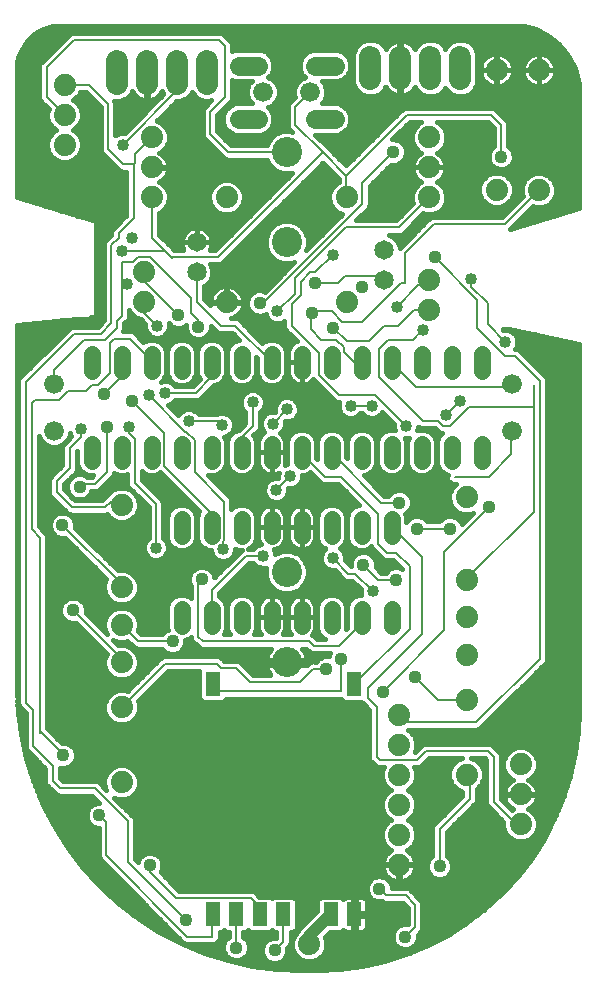
<source format=gbl>
G75*
%MOIN*%
%OFA0B0*%
%FSLAX24Y24*%
%IPPOS*%
%LPD*%
%AMOC8*
5,1,8,0,0,1.08239X$1,22.5*
%
%ADD10C,0.0740*%
%ADD11C,0.0650*%
%ADD12R,0.0500X0.0787*%
%ADD13C,0.0560*%
%ADD14C,0.0640*%
%ADD15C,0.0660*%
%ADD16C,0.1005*%
%ADD17C,0.0740*%
%ADD18C,0.0160*%
%ADD19C,0.0436*%
%ADD20C,0.0080*%
%ADD21C,0.0440*%
%ADD22C,0.0400*%
%ADD23C,0.0400*%
D10*
X003990Y006790D03*
X003990Y009290D03*
X003990Y010790D03*
X003990Y012040D03*
X003990Y013290D03*
X003990Y016040D03*
X004740Y022790D03*
X004740Y023790D03*
X004990Y026290D03*
X004990Y027290D03*
X004990Y028290D03*
X007490Y026290D03*
X007490Y022790D03*
X011490Y022790D03*
X011490Y026290D03*
X014240Y026290D03*
X014240Y027290D03*
X014240Y028290D03*
X016490Y026540D03*
X017900Y026530D03*
X017900Y030530D03*
X016490Y030540D03*
X014240Y023540D03*
X014240Y022540D03*
X015490Y016290D03*
X015490Y013540D03*
X015490Y012290D03*
X015490Y011040D03*
X015490Y009540D03*
X015490Y007040D03*
X017290Y007390D03*
X017290Y006390D03*
X017290Y005390D03*
X013240Y005040D03*
X013240Y004040D03*
X013240Y006040D03*
X013240Y007040D03*
X013240Y008040D03*
X013240Y009040D03*
X010240Y001390D03*
X002090Y028040D03*
X002090Y029040D03*
X002090Y030040D03*
D11*
X006490Y024790D03*
X006490Y023790D03*
X012740Y023540D03*
X012740Y024540D03*
D12*
X011746Y010068D03*
X007021Y010068D03*
X007021Y002390D03*
X007809Y002390D03*
X008596Y002390D03*
X009384Y002390D03*
X010959Y002390D03*
X011746Y002390D03*
D13*
X011990Y012010D02*
X011990Y012570D01*
X010990Y012570D02*
X010990Y012010D01*
X009990Y012010D02*
X009990Y012570D01*
X008990Y012570D02*
X008990Y012010D01*
X007990Y012010D02*
X007990Y012570D01*
X006990Y012570D02*
X006990Y012010D01*
X005990Y012010D02*
X005990Y012570D01*
X005990Y015010D02*
X005990Y015570D01*
X006990Y015570D02*
X006990Y015010D01*
X007990Y015010D02*
X007990Y015570D01*
X008990Y015570D02*
X008990Y015010D01*
X009990Y015010D02*
X009990Y015570D01*
X010990Y015570D02*
X010990Y015010D01*
X011990Y015010D02*
X011990Y015570D01*
X012990Y015570D02*
X012990Y015010D01*
X012990Y012570D02*
X012990Y012010D01*
X012990Y017510D02*
X012990Y018070D01*
X011990Y018070D02*
X011990Y017510D01*
X010990Y017510D02*
X010990Y018070D01*
X009990Y018070D02*
X009990Y017510D01*
X008990Y017510D02*
X008990Y018070D01*
X007990Y018070D02*
X007990Y017510D01*
X006990Y017510D02*
X006990Y018070D01*
X005990Y018070D02*
X005990Y017510D01*
X004990Y017510D02*
X004990Y018070D01*
X003990Y018070D02*
X003990Y017510D01*
X002990Y017510D02*
X002990Y018070D01*
X002990Y020510D02*
X002990Y021070D01*
X003990Y021070D02*
X003990Y020510D01*
X004990Y020510D02*
X004990Y021070D01*
X005990Y021070D02*
X005990Y020510D01*
X006990Y020510D02*
X006990Y021070D01*
X007990Y021070D02*
X007990Y020510D01*
X008990Y020510D02*
X008990Y021070D01*
X009990Y021070D02*
X009990Y020510D01*
X010990Y020510D02*
X010990Y021070D01*
X011990Y021070D02*
X011990Y020510D01*
X012990Y020510D02*
X012990Y021070D01*
X013990Y021070D02*
X013990Y020510D01*
X014990Y020510D02*
X014990Y021070D01*
X015990Y021070D02*
X015990Y020510D01*
X015990Y018070D02*
X015990Y017510D01*
X014990Y017510D02*
X014990Y018070D01*
X013990Y018070D02*
X013990Y017510D01*
D14*
X011090Y028900D02*
X010450Y028900D01*
X010450Y030680D02*
X011090Y030680D01*
X008530Y030680D02*
X007890Y030680D01*
X007890Y028900D02*
X008530Y028900D01*
D15*
X008703Y029790D03*
X010277Y029790D03*
X016990Y020077D03*
X016990Y018503D03*
X001740Y018503D03*
X001740Y020077D03*
D16*
X009490Y024790D03*
X009490Y027790D03*
X009490Y013790D03*
X009490Y010790D03*
D17*
X006840Y030080D02*
X006840Y030820D01*
X005840Y030820D02*
X005840Y030080D01*
X004840Y030080D02*
X004840Y030820D01*
X003840Y030820D02*
X003840Y030080D01*
X012280Y030230D02*
X012280Y030970D01*
X013280Y030970D02*
X013280Y030230D01*
X014280Y030230D02*
X014280Y030970D01*
X015280Y030970D02*
X015280Y030230D01*
D18*
X003369Y004127D02*
X002564Y004127D01*
X002442Y004286D02*
X003247Y004286D01*
X003254Y004268D02*
X003272Y004224D01*
X003306Y004190D01*
X006015Y001472D01*
X006047Y001438D01*
X006049Y001438D01*
X006050Y001437D01*
X006092Y001419D01*
X006135Y001401D01*
X006136Y001401D01*
X006138Y001400D01*
X006184Y001400D01*
X006951Y001391D01*
X006952Y001390D01*
X006999Y001390D01*
X007045Y001389D01*
X007046Y001390D01*
X007048Y001390D01*
X007090Y001408D01*
X007133Y001425D01*
X007135Y001426D01*
X007136Y001427D01*
X007169Y001459D01*
X007202Y001492D01*
X007202Y001493D01*
X007223Y001513D01*
X007259Y001601D01*
X007259Y001797D01*
X007354Y001797D01*
X007415Y001858D01*
X007476Y001797D01*
X007567Y001797D01*
X007567Y001637D01*
X007450Y001521D01*
X007387Y001367D01*
X007387Y001200D01*
X007450Y001046D01*
X007569Y000927D01*
X007723Y000863D01*
X007890Y000863D01*
X008044Y000927D01*
X008163Y001046D01*
X008227Y001200D01*
X008227Y001367D01*
X008163Y001521D01*
X008047Y001637D01*
X008047Y001797D01*
X008142Y001797D01*
X008203Y001858D01*
X008263Y001797D01*
X008929Y001797D01*
X008990Y001858D01*
X009051Y001797D01*
X009144Y001797D01*
X009144Y001610D01*
X009006Y001610D01*
X008852Y001546D01*
X008734Y001428D01*
X008670Y001274D01*
X008227Y001274D01*
X008199Y001433D02*
X008739Y001433D01*
X008670Y001274D02*
X008670Y001106D01*
X008734Y000952D01*
X008852Y000834D01*
X009006Y000770D01*
X009174Y000770D01*
X009328Y000834D01*
X009446Y000952D01*
X009510Y001106D01*
X009510Y001271D01*
X009587Y001348D01*
X009624Y001436D01*
X009624Y001797D01*
X009717Y001797D01*
X009834Y001914D01*
X009834Y002867D01*
X009717Y002984D01*
X009051Y002984D01*
X008990Y002923D01*
X008929Y002984D01*
X008585Y002984D01*
X008493Y003076D01*
X008426Y003143D01*
X008338Y003180D01*
X005909Y003180D01*
X005292Y003797D01*
X005353Y003942D01*
X005353Y004109D01*
X005289Y004264D01*
X005170Y004382D01*
X005016Y004446D01*
X004849Y004446D01*
X004695Y004382D01*
X004576Y004264D01*
X004526Y004143D01*
X004430Y004239D01*
X004430Y005538D01*
X004393Y005626D01*
X004326Y005693D01*
X003745Y006275D01*
X003877Y006220D01*
X004103Y006220D01*
X004313Y006307D01*
X004473Y006467D01*
X004560Y006677D01*
X004560Y006903D01*
X004473Y007113D01*
X004313Y007273D01*
X004103Y007360D01*
X003877Y007360D01*
X003667Y007273D01*
X003507Y007113D01*
X003420Y006903D01*
X003420Y006677D01*
X003475Y006545D01*
X003226Y006793D01*
X003138Y006830D01*
X002039Y006830D01*
X001930Y006939D01*
X001930Y007283D01*
X001957Y007272D01*
X002123Y007272D01*
X002277Y007336D01*
X002394Y007453D01*
X002458Y007607D01*
X002458Y007773D01*
X002394Y007927D01*
X002277Y008044D01*
X002123Y008108D01*
X001992Y008108D01*
X001511Y008589D01*
X001511Y014988D01*
X001475Y015076D01*
X001407Y015143D01*
X001230Y015321D01*
X001230Y018349D01*
X001291Y018202D01*
X001440Y018053D01*
X001635Y017973D01*
X001845Y017973D01*
X002040Y018053D01*
X002189Y018202D01*
X002270Y018397D01*
X002270Y018423D01*
X002310Y018327D01*
X002315Y018322D01*
X002119Y018127D01*
X002052Y018059D01*
X002015Y017971D01*
X002015Y017354D01*
X001686Y017025D01*
X001619Y016957D01*
X001582Y016869D01*
X001582Y016419D01*
X001619Y016331D01*
X002131Y015819D01*
X002198Y015751D01*
X002286Y015715D01*
X003484Y015715D01*
X003504Y015723D01*
X003507Y015717D01*
X003667Y015557D01*
X003877Y015470D01*
X004103Y015470D01*
X004313Y015557D01*
X004473Y015717D01*
X004560Y015927D01*
X004560Y016153D01*
X004473Y016363D01*
X004313Y016523D01*
X004103Y016610D01*
X003877Y016610D01*
X003667Y016523D01*
X003507Y016363D01*
X003505Y016358D01*
X003497Y016355D01*
X003430Y016288D01*
X003337Y016195D01*
X002434Y016195D01*
X002062Y016566D01*
X002062Y016722D01*
X002391Y017051D01*
X002459Y017118D01*
X002495Y017206D01*
X002495Y017824D01*
X002510Y017839D01*
X002510Y017415D01*
X002583Y017238D01*
X002718Y017103D01*
X002895Y017030D01*
X003041Y017030D01*
X002991Y016980D01*
X002844Y016980D01*
X002828Y016996D01*
X002674Y017060D01*
X002506Y017060D01*
X002352Y016996D01*
X002234Y016878D01*
X002170Y016724D01*
X002170Y016556D01*
X002234Y016402D01*
X002352Y016284D01*
X002506Y016220D01*
X002674Y016220D01*
X002828Y016284D01*
X002946Y016402D01*
X002987Y016500D01*
X003138Y016500D01*
X003226Y016537D01*
X003293Y016604D01*
X003693Y017004D01*
X003730Y017092D01*
X003730Y017098D01*
X003895Y017030D01*
X004085Y017030D01*
X004181Y017069D01*
X004181Y016734D01*
X004217Y016646D01*
X004889Y015974D01*
X004889Y014942D01*
X004790Y014843D01*
X004729Y014696D01*
X004729Y014537D01*
X004790Y014390D01*
X004903Y014277D01*
X005050Y014216D01*
X005209Y014216D01*
X005356Y014277D01*
X005468Y014390D01*
X005529Y014537D01*
X005529Y014696D01*
X005468Y014843D01*
X005369Y014942D01*
X005369Y016121D01*
X005333Y016209D01*
X005265Y016277D01*
X004661Y016881D01*
X004661Y017160D01*
X004718Y017103D01*
X004895Y017030D01*
X005085Y017030D01*
X005262Y017103D01*
X005279Y017120D01*
X006575Y015823D01*
X006510Y015665D01*
X006510Y014915D01*
X006583Y014738D01*
X006718Y014603D01*
X006895Y014530D01*
X006973Y014530D01*
X006973Y014497D01*
X007034Y014350D01*
X007147Y014238D01*
X007294Y014177D01*
X007453Y014177D01*
X007600Y014238D01*
X007713Y014350D01*
X007773Y014497D01*
X007773Y014580D01*
X007895Y014530D01*
X007991Y014530D01*
X007937Y014476D01*
X007085Y013624D01*
X007085Y013637D01*
X007021Y013791D01*
X006903Y013909D01*
X006748Y013973D01*
X006581Y013973D01*
X006427Y013909D01*
X006309Y013791D01*
X006245Y013637D01*
X004449Y013637D01*
X004473Y013613D02*
X004313Y013773D01*
X004103Y013860D01*
X003877Y013860D01*
X003867Y013856D01*
X002439Y015284D01*
X002439Y015448D01*
X002375Y015602D01*
X002257Y015720D01*
X002103Y015784D01*
X001936Y015784D01*
X001781Y015720D01*
X001663Y015602D01*
X001599Y015448D01*
X001599Y015281D01*
X001663Y015126D01*
X001781Y015008D01*
X001936Y014944D01*
X002100Y014944D01*
X003485Y013559D01*
X003420Y013403D01*
X003420Y013177D01*
X003507Y012967D01*
X003667Y012807D01*
X003877Y012720D01*
X004103Y012720D01*
X004313Y012807D01*
X004473Y012967D01*
X004560Y013177D01*
X004560Y013403D01*
X004473Y013613D01*
X004529Y013479D02*
X006245Y013479D01*
X006245Y013470D02*
X006300Y013337D01*
X006300Y012939D01*
X006262Y012977D01*
X006085Y013050D01*
X005895Y013050D01*
X005718Y012977D01*
X005583Y012842D01*
X005510Y012665D01*
X005510Y011915D01*
X005526Y011875D01*
X005453Y011844D01*
X005339Y011730D01*
X004639Y011730D01*
X004526Y011844D01*
X004560Y011927D01*
X004560Y012153D01*
X004473Y012363D01*
X004313Y012523D01*
X004103Y012610D01*
X003877Y012610D01*
X003667Y012523D01*
X003507Y012363D01*
X003420Y012153D01*
X003420Y011927D01*
X003494Y011749D01*
X002793Y012449D01*
X002793Y012613D01*
X002730Y012768D01*
X002611Y012886D01*
X002457Y012950D01*
X002290Y012950D01*
X002136Y012886D01*
X002017Y012768D01*
X001953Y012613D01*
X001953Y012446D01*
X002017Y012292D01*
X002136Y012174D01*
X002290Y012110D01*
X002454Y012110D01*
X003490Y011073D01*
X003420Y010903D01*
X003420Y010677D01*
X003507Y010467D01*
X001511Y010467D01*
X001511Y010309D02*
X003665Y010309D01*
X003667Y010307D02*
X003877Y010220D01*
X004103Y010220D01*
X004313Y010307D01*
X004473Y010467D01*
X004828Y010467D01*
X004986Y010626D02*
X004539Y010626D01*
X004560Y010677D02*
X004560Y010903D01*
X004473Y011113D01*
X004313Y011273D01*
X004103Y011360D01*
X003883Y011360D01*
X003699Y011544D01*
X003877Y011470D01*
X004103Y011470D01*
X004186Y011504D01*
X004404Y011287D01*
X004492Y011250D01*
X005339Y011250D01*
X005453Y011136D01*
X005607Y011072D01*
X005773Y011072D01*
X005927Y011136D01*
X006044Y011253D01*
X006108Y011407D01*
X006108Y011539D01*
X006262Y011603D01*
X006300Y011641D01*
X006300Y011592D01*
X006337Y011504D01*
X006554Y011287D01*
X006642Y011250D01*
X008985Y011250D01*
X008976Y011241D01*
X008921Y011170D01*
X008877Y011093D01*
X008842Y011010D01*
X008819Y010923D01*
X008812Y010870D01*
X009410Y010870D01*
X009410Y010710D01*
X008812Y010710D01*
X008819Y010657D01*
X008842Y010570D01*
X008877Y010487D01*
X008921Y010410D01*
X008944Y010380D01*
X008359Y010380D01*
X007993Y010746D01*
X007926Y010813D01*
X007838Y010850D01*
X007399Y010850D01*
X007363Y010886D01*
X007296Y010953D01*
X007208Y010990D01*
X005402Y010990D01*
X005314Y010953D01*
X005247Y010886D01*
X004186Y009826D01*
X004103Y009860D01*
X003877Y009860D01*
X003667Y009773D01*
X003507Y009613D01*
X003420Y009403D01*
X003420Y009177D01*
X003507Y008967D01*
X003667Y008807D01*
X003877Y008720D01*
X004103Y008720D01*
X004313Y008807D01*
X004473Y008967D01*
X004560Y009177D01*
X004560Y009403D01*
X004526Y009486D01*
X005549Y010510D01*
X006571Y010510D01*
X006571Y009591D01*
X006689Y009474D01*
X007354Y009474D01*
X007460Y009580D01*
X011307Y009580D01*
X011413Y009474D01*
X011978Y009474D01*
X011987Y009454D01*
X012054Y009387D01*
X012250Y009191D01*
X012250Y007592D01*
X012287Y007504D01*
X012354Y007437D01*
X012454Y007337D01*
X012542Y007300D01*
X012731Y007300D01*
X012670Y007153D01*
X012670Y006927D01*
X012757Y006717D01*
X012917Y006557D01*
X012958Y006540D01*
X012917Y006523D01*
X012757Y006363D01*
X012670Y006153D01*
X012670Y005927D01*
X012757Y005717D01*
X012917Y005557D01*
X012958Y005540D01*
X012917Y005523D01*
X012757Y005363D01*
X012670Y005153D01*
X012670Y004927D01*
X012757Y004717D01*
X012917Y004557D01*
X012986Y004528D01*
X012952Y004510D01*
X012882Y004460D01*
X012820Y004398D01*
X012770Y004328D01*
X012730Y004251D01*
X012704Y004169D01*
X012690Y004083D01*
X012690Y004060D01*
X013220Y004060D01*
X013220Y004020D01*
X013260Y004020D01*
X013260Y004060D01*
X013790Y004060D01*
X013790Y004083D01*
X013776Y004169D01*
X013750Y004251D01*
X013710Y004328D01*
X013660Y004398D01*
X013598Y004460D01*
X013528Y004510D01*
X013494Y004528D01*
X013563Y004557D01*
X013723Y004717D01*
X013810Y004927D01*
X013810Y005153D01*
X013723Y005363D01*
X013563Y005523D01*
X013522Y005540D01*
X013563Y005557D01*
X013723Y005717D01*
X013810Y005927D01*
X013810Y006153D01*
X013723Y006363D01*
X013563Y006523D01*
X013522Y006540D01*
X013563Y006557D01*
X013723Y006717D01*
X013810Y006927D01*
X013810Y007153D01*
X013749Y007300D01*
X013888Y007300D01*
X013976Y007337D01*
X014043Y007404D01*
X014239Y007600D01*
X015352Y007600D01*
X015167Y007523D01*
X015007Y007363D01*
X014920Y007153D01*
X014920Y006927D01*
X015007Y006717D01*
X015167Y006557D01*
X015350Y006481D01*
X015350Y006339D01*
X014387Y005376D01*
X014350Y005288D01*
X014350Y004341D01*
X014236Y004227D01*
X014172Y004073D01*
X014172Y003907D01*
X014236Y003753D01*
X014353Y003636D01*
X014507Y003572D01*
X014673Y003572D01*
X014827Y003636D01*
X014944Y003753D01*
X015008Y003907D01*
X015008Y004073D01*
X014944Y004227D01*
X014830Y004341D01*
X014830Y005141D01*
X015726Y006037D01*
X015793Y006104D01*
X015830Y006192D01*
X015830Y006574D01*
X015973Y006717D01*
X016060Y006927D01*
X016060Y007153D01*
X015973Y007363D01*
X015813Y007523D01*
X015628Y007600D01*
X016091Y007600D01*
X016150Y007541D01*
X016150Y006092D01*
X016187Y006004D01*
X016254Y005937D01*
X016720Y005471D01*
X016720Y005277D01*
X016807Y005067D01*
X016967Y004907D01*
X017177Y004820D01*
X017403Y004820D01*
X017613Y004907D01*
X017773Y005067D01*
X017860Y005277D01*
X017860Y005503D01*
X017773Y005713D01*
X017613Y005873D01*
X017544Y005902D01*
X017578Y005920D01*
X017648Y005970D01*
X017710Y006032D01*
X017760Y006102D01*
X017800Y006179D01*
X017826Y006261D01*
X017840Y006347D01*
X017840Y006370D01*
X017310Y006370D01*
X017310Y006410D01*
X017840Y006410D01*
X017840Y006433D01*
X017826Y006519D01*
X017800Y006601D01*
X017760Y006678D01*
X017710Y006748D01*
X017648Y006810D01*
X017578Y006860D01*
X017544Y006878D01*
X017613Y006907D01*
X017773Y007067D01*
X017860Y007277D01*
X017860Y007503D01*
X017773Y007713D01*
X017613Y007873D01*
X017403Y007960D01*
X017177Y007960D01*
X016967Y007873D01*
X016807Y007713D01*
X016720Y007503D01*
X016720Y007277D01*
X016807Y007067D01*
X016967Y006907D01*
X017036Y006878D01*
X017002Y006860D01*
X016932Y006810D01*
X016870Y006748D01*
X016820Y006678D01*
X016780Y006601D01*
X016754Y006519D01*
X016740Y006433D01*
X016740Y006410D01*
X017270Y006410D01*
X017270Y006370D01*
X016740Y006370D01*
X016740Y006347D01*
X016754Y006261D01*
X016780Y006179D01*
X016820Y006102D01*
X016870Y006032D01*
X016932Y005970D01*
X017002Y005920D01*
X017036Y005902D01*
X016988Y005882D01*
X016630Y006239D01*
X016630Y007688D01*
X016593Y007776D01*
X016393Y007976D01*
X016326Y008043D01*
X016238Y008080D01*
X014092Y008080D01*
X014004Y008043D01*
X013755Y007795D01*
X013810Y007927D01*
X013810Y008153D01*
X013723Y008363D01*
X013563Y008523D01*
X013522Y008540D01*
X013546Y008550D01*
X015846Y008550D01*
X015935Y008586D01*
X016002Y008654D01*
X018128Y010780D01*
X018165Y010868D01*
X018165Y020215D01*
X018128Y020304D01*
X018061Y020371D01*
X017234Y021198D01*
X017146Y021234D01*
X017116Y021234D01*
X017122Y021240D01*
X017183Y021387D01*
X017183Y021546D01*
X017122Y021693D01*
X017009Y021806D01*
X016862Y021867D01*
X016722Y021867D01*
X016689Y021900D01*
X016907Y021900D01*
X019240Y021410D01*
X019240Y009290D01*
X019207Y008527D01*
X019107Y007771D01*
X018942Y007025D01*
X018712Y006297D01*
X018420Y005592D01*
X018068Y004915D01*
X017658Y004271D01*
X017193Y003666D01*
X016677Y003103D01*
X016114Y002587D01*
X015509Y002122D01*
X014865Y001712D01*
X014188Y001360D01*
X013483Y001068D01*
X012755Y000838D01*
X012009Y000673D01*
X011253Y000573D01*
X010490Y000540D01*
X009990Y000540D01*
X009162Y000576D01*
X008340Y000684D01*
X007531Y000864D01*
X006741Y001113D01*
X005975Y001430D01*
X005240Y001813D01*
X004541Y002258D01*
X003884Y002763D01*
X003272Y003322D01*
X002713Y003934D01*
X002208Y004591D01*
X001763Y005290D01*
X001380Y006025D01*
X001063Y006791D01*
X000814Y007581D01*
X000634Y008390D01*
X000526Y009212D01*
X000490Y010040D01*
X000490Y022040D01*
X002505Y022250D01*
X002888Y022250D01*
X002976Y022287D01*
X002990Y022301D01*
X003134Y022316D01*
X003134Y025487D01*
X000490Y026290D01*
X000490Y030540D01*
X000505Y030753D01*
X000551Y030963D01*
X000626Y031163D01*
X000728Y031351D01*
X000856Y031522D01*
X001008Y031674D01*
X001179Y031802D01*
X001367Y031904D01*
X001567Y031979D01*
X001663Y032000D01*
X017390Y032000D01*
X017528Y031975D01*
X017788Y031894D01*
X018036Y031782D01*
X018268Y031642D01*
X018482Y031474D01*
X018674Y031282D01*
X018842Y031068D01*
X018982Y030836D01*
X019094Y030588D01*
X019175Y030328D01*
X019224Y030061D01*
X019240Y029790D01*
X019240Y025932D01*
X016950Y025240D01*
X017704Y025994D01*
X017787Y025960D01*
X018013Y025960D01*
X018223Y026047D01*
X018383Y026207D01*
X018470Y026417D01*
X018470Y026643D01*
X018383Y026853D01*
X018223Y027013D01*
X018013Y027100D01*
X017787Y027100D01*
X017577Y027013D01*
X017417Y026853D01*
X017330Y026643D01*
X017330Y026417D01*
X017364Y026334D01*
X016661Y025630D01*
X014342Y025630D01*
X014254Y025593D01*
X014187Y025526D01*
X013304Y024643D01*
X013265Y024604D01*
X013265Y024644D01*
X013185Y024837D01*
X013037Y024985D01*
X012891Y025046D01*
X013283Y025046D01*
X013372Y025082D01*
X014044Y025754D01*
X014127Y025720D01*
X014353Y025720D01*
X014563Y025807D01*
X014723Y025967D01*
X014810Y026177D01*
X014810Y026403D01*
X014723Y026613D01*
X014563Y026773D01*
X014494Y026802D01*
X014528Y026820D01*
X014598Y026870D01*
X014660Y026932D01*
X014710Y027002D01*
X014750Y027079D01*
X014776Y027161D01*
X014790Y027247D01*
X014790Y027290D01*
X014790Y027333D01*
X014776Y027419D01*
X014750Y027501D01*
X014710Y027578D01*
X014660Y027648D01*
X014598Y027710D01*
X014528Y027760D01*
X014494Y027778D01*
X014563Y027807D01*
X014723Y027967D01*
X014810Y028177D01*
X014810Y028403D01*
X014723Y028613D01*
X014563Y028773D01*
X014498Y028800D01*
X016191Y028800D01*
X016400Y028591D01*
X016400Y027991D01*
X016286Y027877D01*
X016222Y027723D01*
X016222Y027557D01*
X016286Y027403D01*
X016403Y027286D01*
X016557Y027222D01*
X016723Y027222D01*
X016877Y027286D01*
X016994Y027403D01*
X017058Y027557D01*
X017058Y027723D01*
X016994Y027877D01*
X016880Y027991D01*
X016880Y028738D01*
X016843Y028826D01*
X016493Y029176D01*
X016426Y029243D01*
X016338Y029280D01*
X013442Y029280D01*
X013354Y029243D01*
X013287Y029176D01*
X011468Y027357D01*
X010836Y027989D01*
X010445Y028380D01*
X011193Y028380D01*
X011385Y028459D01*
X011531Y028605D01*
X011610Y028797D01*
X011610Y029003D01*
X011531Y029195D01*
X011385Y029341D01*
X011193Y029420D01*
X010657Y029420D01*
X010727Y029490D01*
X010807Y029685D01*
X010807Y029895D01*
X010727Y030090D01*
X010657Y030160D01*
X011193Y030160D01*
X011385Y030239D01*
X011531Y030385D01*
X011610Y030577D01*
X011610Y030783D01*
X011531Y030975D01*
X011385Y031121D01*
X011193Y031200D01*
X010347Y031200D01*
X010155Y031121D01*
X010009Y030975D01*
X009930Y030783D01*
X009930Y030577D01*
X010009Y030385D01*
X010103Y030291D01*
X009977Y030239D01*
X009828Y030090D01*
X009747Y029895D01*
X009747Y029685D01*
X009772Y029624D01*
X009572Y029424D01*
X009535Y029335D01*
X009535Y028663D01*
X009572Y028575D01*
X009671Y028475D01*
X009630Y028492D01*
X009350Y028492D01*
X009092Y028386D01*
X008894Y028188D01*
X008829Y028030D01*
X007639Y028030D01*
X007180Y028489D01*
X007180Y029041D01*
X007576Y029437D01*
X007643Y029504D01*
X007680Y029592D01*
X007680Y030204D01*
X007787Y030160D01*
X008323Y030160D01*
X008253Y030090D01*
X008173Y029895D01*
X008173Y029685D01*
X008253Y029490D01*
X008323Y029420D01*
X007787Y029420D01*
X007595Y029341D01*
X007449Y029195D01*
X007370Y029003D01*
X007370Y028797D01*
X007449Y028605D01*
X007595Y028459D01*
X007787Y028380D01*
X008633Y028380D01*
X008825Y028459D01*
X008971Y028605D01*
X009050Y028797D01*
X009050Y029003D01*
X008971Y029195D01*
X008877Y029289D01*
X009003Y029341D01*
X009152Y029490D01*
X009233Y029685D01*
X009233Y029895D01*
X009152Y030090D01*
X009003Y030239D01*
X008877Y030291D01*
X008971Y030385D01*
X009050Y030577D01*
X009050Y030783D01*
X008971Y030975D01*
X008825Y031121D01*
X008633Y031200D01*
X007787Y031200D01*
X007680Y031156D01*
X007680Y031388D01*
X007643Y031476D01*
X007443Y031676D01*
X007376Y031743D01*
X007288Y031780D01*
X002342Y031780D01*
X002254Y031743D01*
X001354Y030843D01*
X001287Y030776D01*
X001250Y030688D01*
X001250Y029592D01*
X001287Y029504D01*
X001554Y029236D01*
X001520Y029153D01*
X001520Y028927D01*
X001607Y028717D01*
X001767Y028557D01*
X001808Y028540D01*
X001767Y028523D01*
X001607Y028363D01*
X001520Y028153D01*
X001520Y027927D01*
X001607Y027717D01*
X001767Y027557D01*
X001977Y027470D01*
X002203Y027470D01*
X002413Y027557D01*
X002573Y027717D01*
X002660Y027927D01*
X002660Y028153D01*
X002573Y028363D01*
X002413Y028523D01*
X002372Y028540D01*
X002413Y028557D01*
X002573Y028717D01*
X002660Y028927D01*
X002660Y029153D01*
X002573Y029363D01*
X002413Y029523D01*
X002372Y029540D01*
X002413Y029557D01*
X002573Y029717D01*
X002608Y029800D01*
X002791Y029800D01*
X003300Y029291D01*
X003300Y027842D01*
X003337Y027754D01*
X003837Y027254D01*
X003904Y027187D01*
X003992Y027150D01*
X004150Y027150D01*
X004150Y025689D01*
X003754Y025293D01*
X003687Y025226D01*
X003650Y025138D01*
X003650Y025039D01*
X003504Y024893D01*
X003437Y024826D01*
X003400Y024738D01*
X003400Y022189D01*
X003191Y021980D01*
X002342Y021980D01*
X002254Y021943D01*
X000587Y020276D01*
X000550Y020188D01*
X000550Y009392D01*
X000587Y009304D01*
X000654Y009237D01*
X000800Y009091D01*
X000800Y007942D01*
X000837Y007854D01*
X001450Y007241D01*
X001450Y006792D01*
X001487Y006704D01*
X001737Y006454D01*
X001804Y006387D01*
X001892Y006350D01*
X002991Y006350D01*
X003232Y006108D01*
X003157Y006108D01*
X003003Y006044D01*
X002886Y005927D01*
X002822Y005773D01*
X002822Y005607D01*
X002886Y005453D01*
X003003Y005336D01*
X003157Y005272D01*
X003236Y005272D01*
X003236Y004360D01*
X003236Y004313D01*
X003236Y004312D01*
X003254Y004268D01*
X003272Y004224D02*
X003272Y004224D01*
X003272Y004224D01*
X003236Y004312D02*
X003236Y004312D01*
X003236Y004444D02*
X002321Y004444D01*
X002201Y004603D02*
X003236Y004603D01*
X003236Y004761D02*
X002100Y004761D01*
X001999Y004920D02*
X003236Y004920D01*
X003236Y005078D02*
X001898Y005078D01*
X001797Y005237D02*
X003236Y005237D01*
X002944Y005395D02*
X001708Y005395D01*
X001626Y005554D02*
X002844Y005554D01*
X002822Y005712D02*
X001543Y005712D01*
X001461Y005871D02*
X002862Y005871D01*
X002988Y006029D02*
X001378Y006029D01*
X001313Y006188D02*
X003153Y006188D01*
X002995Y006346D02*
X001247Y006346D01*
X001182Y006505D02*
X001686Y006505D01*
X001528Y006663D02*
X001116Y006663D01*
X001053Y006822D02*
X001450Y006822D01*
X001450Y006980D02*
X001003Y006980D01*
X000953Y007139D02*
X001450Y007139D01*
X001394Y007297D02*
X000903Y007297D01*
X000853Y007456D02*
X001235Y007456D01*
X001077Y007614D02*
X000806Y007614D01*
X000771Y007773D02*
X000918Y007773D01*
X000805Y007931D02*
X000736Y007931D01*
X000701Y008090D02*
X000800Y008090D01*
X000800Y008248D02*
X000666Y008248D01*
X000632Y008407D02*
X000800Y008407D01*
X000800Y008565D02*
X000611Y008565D01*
X000590Y008724D02*
X000800Y008724D01*
X000800Y008882D02*
X000570Y008882D01*
X000549Y009041D02*
X000800Y009041D01*
X000692Y009199D02*
X000528Y009199D01*
X000654Y009237D02*
X000654Y009237D01*
X000564Y009358D02*
X000520Y009358D01*
X000513Y009516D02*
X000550Y009516D01*
X000550Y009675D02*
X000506Y009675D01*
X000499Y009833D02*
X000550Y009833D01*
X000550Y009992D02*
X000492Y009992D01*
X000490Y010150D02*
X000550Y010150D01*
X000550Y010309D02*
X000490Y010309D01*
X000490Y010467D02*
X000550Y010467D01*
X000550Y010626D02*
X000490Y010626D01*
X000490Y010784D02*
X000550Y010784D01*
X000550Y010943D02*
X000490Y010943D01*
X000490Y011101D02*
X000550Y011101D01*
X000550Y011260D02*
X000490Y011260D01*
X000490Y011418D02*
X000550Y011418D01*
X000550Y011577D02*
X000490Y011577D01*
X000490Y011735D02*
X000550Y011735D01*
X000550Y011894D02*
X000490Y011894D01*
X000490Y012052D02*
X000550Y012052D01*
X000550Y012211D02*
X000490Y012211D01*
X000490Y012369D02*
X000550Y012369D01*
X000550Y012528D02*
X000490Y012528D01*
X000490Y012686D02*
X000550Y012686D01*
X000550Y012845D02*
X000490Y012845D01*
X000490Y013003D02*
X000550Y013003D01*
X000550Y013162D02*
X000490Y013162D01*
X000490Y013320D02*
X000550Y013320D01*
X000550Y013479D02*
X000490Y013479D01*
X000490Y013637D02*
X000550Y013637D01*
X000550Y013796D02*
X000490Y013796D01*
X000490Y013954D02*
X000550Y013954D01*
X000550Y014113D02*
X000490Y014113D01*
X000490Y014271D02*
X000550Y014271D01*
X000550Y014430D02*
X000490Y014430D01*
X000490Y014588D02*
X000550Y014588D01*
X000550Y014747D02*
X000490Y014747D01*
X000490Y014905D02*
X000550Y014905D01*
X000550Y015064D02*
X000490Y015064D01*
X000490Y015222D02*
X000550Y015222D01*
X000550Y015381D02*
X000490Y015381D01*
X000490Y015539D02*
X000550Y015539D01*
X000550Y015698D02*
X000490Y015698D01*
X000490Y015856D02*
X000550Y015856D01*
X000550Y016015D02*
X000490Y016015D01*
X000490Y016173D02*
X000550Y016173D01*
X000550Y016332D02*
X000490Y016332D01*
X000490Y016490D02*
X000550Y016490D01*
X000550Y016649D02*
X000490Y016649D01*
X000490Y016807D02*
X000550Y016807D01*
X000550Y016966D02*
X000490Y016966D01*
X000490Y017124D02*
X000550Y017124D01*
X000550Y017283D02*
X000490Y017283D01*
X000490Y017441D02*
X000550Y017441D01*
X000550Y017600D02*
X000490Y017600D01*
X000490Y017758D02*
X000550Y017758D01*
X000550Y017917D02*
X000490Y017917D01*
X000490Y018075D02*
X000550Y018075D01*
X000550Y018234D02*
X000490Y018234D01*
X000490Y018392D02*
X000550Y018392D01*
X000550Y018551D02*
X000490Y018551D01*
X000490Y018709D02*
X000550Y018709D01*
X000550Y018868D02*
X000490Y018868D01*
X000490Y019026D02*
X000550Y019026D01*
X000550Y019185D02*
X000490Y019185D01*
X000490Y019343D02*
X000550Y019343D01*
X000550Y019502D02*
X000490Y019502D01*
X000490Y019660D02*
X000550Y019660D01*
X000550Y019819D02*
X000490Y019819D01*
X000490Y019977D02*
X000550Y019977D01*
X000550Y020136D02*
X000490Y020136D01*
X000490Y020294D02*
X000605Y020294D01*
X000490Y020453D02*
X000763Y020453D01*
X000922Y020611D02*
X000490Y020611D01*
X000490Y020770D02*
X001080Y020770D01*
X001239Y020928D02*
X000490Y020928D01*
X000490Y021087D02*
X001397Y021087D01*
X001556Y021245D02*
X000490Y021245D01*
X000490Y021404D02*
X001714Y021404D01*
X001873Y021562D02*
X000490Y021562D01*
X000490Y021721D02*
X002031Y021721D01*
X002190Y021879D02*
X000490Y021879D01*
X000490Y022038D02*
X003248Y022038D01*
X003400Y022196D02*
X001987Y022196D01*
X003134Y022355D02*
X003400Y022355D01*
X003400Y022513D02*
X003134Y022513D01*
X003134Y022672D02*
X003400Y022672D01*
X003400Y022830D02*
X003134Y022830D01*
X003134Y022989D02*
X003400Y022989D01*
X003400Y023147D02*
X003134Y023147D01*
X003134Y023306D02*
X003400Y023306D01*
X003400Y023464D02*
X003134Y023464D01*
X003134Y023623D02*
X003400Y023623D01*
X003400Y023781D02*
X003134Y023781D01*
X003134Y023940D02*
X003400Y023940D01*
X003400Y024098D02*
X003134Y024098D01*
X003134Y024257D02*
X003400Y024257D01*
X003400Y024415D02*
X003134Y024415D01*
X003134Y024574D02*
X003400Y024574D01*
X003400Y024732D02*
X003134Y024732D01*
X003134Y024891D02*
X003501Y024891D01*
X003650Y025049D02*
X003134Y025049D01*
X003134Y025208D02*
X003679Y025208D01*
X003827Y025366D02*
X003134Y025366D01*
X003010Y025525D02*
X003985Y025525D01*
X004144Y025683D02*
X002488Y025683D01*
X001966Y025842D02*
X004150Y025842D01*
X004150Y026000D02*
X001444Y026000D01*
X000923Y026159D02*
X004150Y026159D01*
X004150Y026317D02*
X000490Y026317D01*
X000490Y026476D02*
X004150Y026476D01*
X004150Y026634D02*
X000490Y026634D01*
X000490Y026793D02*
X004150Y026793D01*
X004150Y026951D02*
X000490Y026951D01*
X000490Y027110D02*
X004150Y027110D01*
X003823Y027268D02*
X000490Y027268D01*
X000490Y027427D02*
X003664Y027427D01*
X003506Y027585D02*
X002441Y027585D01*
X002584Y027744D02*
X003347Y027744D01*
X003300Y027902D02*
X002650Y027902D01*
X002660Y028061D02*
X003300Y028061D01*
X003300Y028219D02*
X002633Y028219D01*
X002559Y028378D02*
X003300Y028378D01*
X003300Y028536D02*
X002382Y028536D01*
X002551Y028695D02*
X003300Y028695D01*
X003300Y028853D02*
X002630Y028853D01*
X002660Y029012D02*
X003300Y029012D01*
X003300Y029170D02*
X002653Y029170D01*
X002587Y029329D02*
X003262Y029329D01*
X003104Y029487D02*
X002449Y029487D01*
X002502Y029646D02*
X002945Y029646D01*
X003750Y029510D02*
X003953Y029510D01*
X004163Y029597D01*
X004323Y029757D01*
X004352Y029826D01*
X004370Y029792D01*
X004420Y029722D01*
X004482Y029660D01*
X004552Y029610D01*
X004629Y029570D01*
X004711Y029544D01*
X004797Y029530D01*
X004810Y029530D01*
X004810Y030420D01*
X004870Y030420D01*
X004870Y029530D01*
X004883Y029530D01*
X004969Y029544D01*
X005051Y029570D01*
X005128Y029610D01*
X005198Y029660D01*
X005260Y029722D01*
X005310Y029792D01*
X005328Y029826D01*
X005357Y029757D01*
X005380Y029734D01*
X004088Y028442D01*
X003947Y028442D01*
X003800Y028381D01*
X003780Y028360D01*
X003780Y029438D01*
X003750Y029510D01*
X003760Y029487D02*
X005133Y029487D01*
X005178Y029646D02*
X005292Y029646D01*
X005317Y029804D02*
X005337Y029804D01*
X004870Y029804D02*
X004810Y029804D01*
X004810Y029646D02*
X004870Y029646D01*
X004870Y029963D02*
X004810Y029963D01*
X004810Y030121D02*
X004870Y030121D01*
X004870Y030280D02*
X004810Y030280D01*
X004363Y029804D02*
X004343Y029804D01*
X004212Y029646D02*
X004502Y029646D01*
X004816Y029170D02*
X003780Y029170D01*
X003780Y029012D02*
X004658Y029012D01*
X004499Y028853D02*
X003780Y028853D01*
X003780Y028695D02*
X004341Y028695D01*
X004182Y028536D02*
X003780Y028536D01*
X003780Y028378D02*
X003797Y028378D01*
X003780Y029329D02*
X004975Y029329D01*
X005336Y029012D02*
X006700Y029012D01*
X006700Y029092D02*
X006700Y028342D01*
X006737Y028254D01*
X006804Y028187D01*
X007404Y027587D01*
X007492Y027550D01*
X008829Y027550D01*
X008894Y027392D01*
X009092Y027194D01*
X009350Y027088D01*
X009630Y027088D01*
X009686Y027111D01*
X007117Y024541D01*
X006930Y024541D01*
X006958Y024596D01*
X006983Y024672D01*
X006995Y024750D01*
X006995Y024790D01*
X006995Y024830D01*
X006983Y024908D01*
X006958Y024984D01*
X006922Y025055D01*
X006875Y025119D01*
X006819Y025175D01*
X006755Y025222D01*
X006684Y025258D01*
X006608Y025283D01*
X006530Y025295D01*
X006490Y025295D01*
X006490Y024790D01*
X006490Y024790D01*
X006995Y024790D01*
X006490Y024790D01*
X006490Y024790D01*
X006490Y024790D01*
X005985Y024790D01*
X005985Y024830D01*
X005997Y024908D01*
X006022Y024984D01*
X006058Y025055D01*
X006105Y025119D01*
X006161Y025175D01*
X006225Y025222D01*
X006296Y025258D01*
X006372Y025283D01*
X006450Y025295D01*
X006490Y025295D01*
X006490Y024790D01*
X005985Y024790D01*
X005985Y024750D01*
X005997Y024672D01*
X006022Y024596D01*
X006050Y024541D01*
X005741Y024541D01*
X005628Y024654D01*
X005561Y024721D01*
X005561Y024721D01*
X005250Y025032D01*
X005238Y025776D01*
X005313Y025807D01*
X005473Y025967D01*
X005560Y026177D01*
X005560Y026403D01*
X005473Y026613D01*
X005313Y026773D01*
X005244Y026802D01*
X005278Y026820D01*
X005348Y026870D01*
X005410Y026932D01*
X005460Y027002D01*
X005500Y027079D01*
X005526Y027161D01*
X005540Y027247D01*
X005540Y027270D01*
X005010Y027270D01*
X005010Y027310D01*
X005540Y027310D01*
X005540Y027333D01*
X005526Y027419D01*
X005500Y027501D01*
X005460Y027578D01*
X005410Y027648D01*
X005348Y027710D01*
X005278Y027760D01*
X005244Y027778D01*
X005313Y027807D01*
X005473Y027967D01*
X005560Y028177D01*
X005560Y028403D01*
X005473Y028613D01*
X005313Y028773D01*
X005161Y028836D01*
X005835Y029510D01*
X005953Y029510D01*
X006163Y029597D01*
X006323Y029757D01*
X006340Y029798D01*
X006357Y029757D01*
X006517Y029597D01*
X006727Y029510D01*
X006953Y029510D01*
X006983Y029522D01*
X006737Y029276D01*
X006700Y029188D01*
X006700Y029092D01*
X006700Y029170D02*
X005495Y029170D01*
X005653Y029329D02*
X006789Y029329D01*
X006948Y029487D02*
X005812Y029487D01*
X006212Y029646D02*
X006468Y029646D01*
X006700Y028853D02*
X005178Y028853D01*
X005392Y028695D02*
X006700Y028695D01*
X006700Y028536D02*
X005505Y028536D01*
X005560Y028378D02*
X006700Y028378D01*
X006772Y028219D02*
X005560Y028219D01*
X005512Y028061D02*
X006930Y028061D01*
X007089Y027902D02*
X005408Y027902D01*
X005301Y027744D02*
X007247Y027744D01*
X007408Y027585D02*
X005455Y027585D01*
X005524Y027427D02*
X008880Y027427D01*
X009018Y027268D02*
X005540Y027268D01*
X005510Y027110D02*
X009297Y027110D01*
X009368Y026793D02*
X007766Y026793D01*
X007813Y026773D02*
X007603Y026860D01*
X007377Y026860D01*
X007167Y026773D01*
X007007Y026613D01*
X006920Y026403D01*
X006920Y026177D01*
X007007Y025967D01*
X007167Y025807D01*
X007377Y025720D01*
X007603Y025720D01*
X007813Y025807D01*
X007973Y025967D01*
X008060Y026177D01*
X008060Y026403D01*
X007973Y026613D01*
X007813Y026773D01*
X007952Y026634D02*
X009209Y026634D01*
X009051Y026476D02*
X008030Y026476D01*
X008060Y026317D02*
X008892Y026317D01*
X008734Y026159D02*
X008053Y026159D01*
X007987Y026000D02*
X008575Y026000D01*
X008417Y025842D02*
X007848Y025842D01*
X008100Y025525D02*
X005242Y025525D01*
X005240Y025683D02*
X008258Y025683D01*
X007941Y025366D02*
X005244Y025366D01*
X005247Y025208D02*
X006206Y025208D01*
X006055Y025049D02*
X005249Y025049D01*
X005391Y024891D02*
X005995Y024891D01*
X005988Y024732D02*
X005550Y024732D01*
X005628Y024654D02*
X005628Y024654D01*
X005708Y024574D02*
X006034Y024574D01*
X006490Y024891D02*
X006490Y024891D01*
X006490Y025049D02*
X006490Y025049D01*
X006490Y025208D02*
X006490Y025208D01*
X006774Y025208D02*
X007783Y025208D01*
X007624Y025049D02*
X006925Y025049D01*
X006985Y024891D02*
X007466Y024891D01*
X007307Y024732D02*
X006992Y024732D01*
X006946Y024574D02*
X007149Y024574D01*
X007511Y024257D02*
X009030Y024257D01*
X009092Y024194D02*
X009350Y024088D01*
X009630Y024088D01*
X009740Y024133D01*
X008759Y023152D01*
X008677Y023186D01*
X008510Y023186D01*
X008356Y023122D01*
X008238Y023004D01*
X008174Y022850D01*
X008174Y022682D01*
X008238Y022528D01*
X008356Y022410D01*
X008510Y022346D01*
X008677Y022346D01*
X008792Y022393D01*
X008845Y022264D01*
X008958Y022151D01*
X009105Y022090D01*
X009264Y022090D01*
X009411Y022151D01*
X009417Y022157D01*
X009417Y021970D01*
X009453Y021882D01*
X009833Y021503D01*
X009813Y021496D01*
X009749Y021463D01*
X009690Y021421D01*
X009639Y021370D01*
X009597Y021311D01*
X009564Y021247D01*
X009541Y021178D01*
X009530Y021106D01*
X009530Y020790D01*
X009990Y020790D01*
X009990Y020050D01*
X010026Y020050D01*
X010098Y020061D01*
X010167Y020084D01*
X010231Y020117D01*
X010290Y020159D01*
X010341Y020210D01*
X010357Y020233D01*
X010359Y020228D01*
X011028Y019559D01*
X011096Y019492D01*
X011184Y019455D01*
X011240Y019455D01*
X011225Y019420D01*
X011225Y019261D01*
X011286Y019114D01*
X011399Y019002D01*
X011546Y018941D01*
X011705Y018941D01*
X011852Y019002D01*
X011951Y019101D01*
X012008Y019101D01*
X012108Y019002D01*
X012255Y018941D01*
X012414Y018941D01*
X012561Y019002D01*
X012673Y019114D01*
X012679Y019129D01*
X013076Y018732D01*
X013076Y018592D01*
X013095Y018546D01*
X013085Y018550D01*
X012895Y018550D01*
X012718Y018477D01*
X012583Y018342D01*
X012510Y018165D01*
X012510Y017415D01*
X012583Y017238D01*
X012718Y017103D01*
X012895Y017030D01*
X013085Y017030D01*
X013262Y017103D01*
X013397Y017238D01*
X013470Y017415D01*
X013470Y018165D01*
X013426Y018271D01*
X013554Y018271D01*
X013510Y018165D01*
X013510Y017415D01*
X013583Y017238D01*
X013718Y017103D01*
X013895Y017030D01*
X014085Y017030D01*
X014262Y017103D01*
X014397Y017238D01*
X014470Y017415D01*
X014470Y018165D01*
X014397Y018342D01*
X014262Y018477D01*
X014085Y018550D01*
X013895Y018550D01*
X013851Y018532D01*
X013876Y018592D01*
X013876Y018641D01*
X013891Y018626D01*
X013979Y018589D01*
X014439Y018589D01*
X014493Y018536D01*
X014560Y018468D01*
X014649Y018431D01*
X014673Y018431D01*
X014583Y018342D01*
X014510Y018165D01*
X014510Y017415D01*
X014583Y017238D01*
X014718Y017103D01*
X014858Y017045D01*
X014850Y017026D01*
X014850Y016931D01*
X014887Y016843D01*
X014954Y016775D01*
X015042Y016739D01*
X015132Y016739D01*
X015007Y016613D01*
X014920Y016403D01*
X014920Y016177D01*
X015007Y015967D01*
X015167Y015807D01*
X015377Y015720D01*
X015603Y015720D01*
X015696Y015758D01*
X015328Y015390D01*
X015289Y015484D01*
X015170Y015602D01*
X015016Y015666D01*
X014849Y015666D01*
X014695Y015602D01*
X014579Y015486D01*
X014184Y015486D01*
X014068Y015602D01*
X013914Y015666D01*
X013747Y015666D01*
X013592Y015602D01*
X013474Y015484D01*
X013470Y015474D01*
X013470Y015665D01*
X013439Y015740D01*
X013478Y015756D01*
X013596Y015875D01*
X013660Y016029D01*
X013660Y016196D01*
X013596Y016350D01*
X013478Y016468D01*
X013323Y016532D01*
X013156Y016532D01*
X013002Y016468D01*
X012886Y016352D01*
X012748Y016352D01*
X012071Y017030D01*
X012085Y017030D01*
X012262Y017103D01*
X012397Y017238D01*
X012470Y017415D01*
X012470Y018165D01*
X012397Y018342D01*
X012262Y018477D01*
X012085Y018550D01*
X011895Y018550D01*
X011718Y018477D01*
X011583Y018342D01*
X011510Y018165D01*
X011510Y017591D01*
X011470Y017631D01*
X011470Y018165D01*
X011397Y018342D01*
X011262Y018477D01*
X011085Y018550D01*
X010895Y018550D01*
X010718Y018477D01*
X010583Y018342D01*
X010510Y018165D01*
X010510Y017567D01*
X010470Y017607D01*
X010470Y018165D01*
X010397Y018342D01*
X010262Y018477D01*
X010085Y018550D01*
X009895Y018550D01*
X009718Y018477D01*
X009583Y018342D01*
X009510Y018165D01*
X009510Y017415D01*
X009513Y017408D01*
X009429Y017373D01*
X009439Y017402D01*
X009450Y017474D01*
X009450Y017790D01*
X009450Y018106D01*
X009439Y018178D01*
X009416Y018247D01*
X009383Y018311D01*
X009341Y018370D01*
X009290Y018421D01*
X009274Y018432D01*
X009366Y018524D01*
X009427Y018671D01*
X009427Y018811D01*
X009439Y018823D01*
X009579Y018823D01*
X009726Y018884D01*
X009839Y018996D01*
X009899Y019143D01*
X009899Y019302D01*
X009839Y019449D01*
X009726Y019562D01*
X009579Y019623D01*
X009420Y019623D01*
X009273Y019562D01*
X009160Y019449D01*
X009099Y019302D01*
X009099Y019162D01*
X009088Y019150D01*
X008947Y019150D01*
X008800Y019089D01*
X008688Y018977D01*
X008627Y018830D01*
X008627Y018671D01*
X008688Y018524D01*
X008748Y018463D01*
X008690Y018421D01*
X008639Y018370D01*
X008597Y018311D01*
X008564Y018247D01*
X008541Y018178D01*
X008530Y018106D01*
X008530Y017790D01*
X008990Y017790D01*
X009450Y017790D01*
X008990Y017790D01*
X008990Y017790D01*
X008990Y017050D01*
X009026Y017050D01*
X009098Y017061D01*
X009167Y017084D01*
X009224Y017113D01*
X009218Y017098D01*
X009218Y016957D01*
X009206Y016946D01*
X009066Y016946D01*
X008919Y016885D01*
X008806Y016772D01*
X008745Y016625D01*
X008745Y016466D01*
X008806Y016319D01*
X008919Y016206D01*
X009066Y016146D01*
X009225Y016146D01*
X009372Y016206D01*
X009484Y016319D01*
X009545Y016466D01*
X009545Y016606D01*
X009557Y016618D01*
X009697Y016618D01*
X009844Y016679D01*
X009957Y016791D01*
X010018Y016938D01*
X010018Y017030D01*
X010085Y017030D01*
X010262Y017103D01*
X010279Y017120D01*
X010623Y016775D01*
X010712Y016739D01*
X011211Y016739D01*
X011900Y016050D01*
X011895Y016050D01*
X011718Y015977D01*
X011583Y015842D01*
X011510Y015665D01*
X011510Y014915D01*
X011583Y014738D01*
X011718Y014603D01*
X011895Y014530D01*
X012085Y014530D01*
X012262Y014603D01*
X012315Y014656D01*
X012337Y014604D01*
X012404Y014537D01*
X012704Y014237D01*
X012792Y014200D01*
X013041Y014200D01*
X013324Y013916D01*
X013223Y013958D01*
X013057Y013958D01*
X012903Y013894D01*
X012789Y013780D01*
X012639Y013780D01*
X012458Y013961D01*
X012458Y014123D01*
X012394Y014277D01*
X012277Y014394D01*
X012123Y014458D01*
X011957Y014458D01*
X011803Y014394D01*
X011686Y014277D01*
X011622Y014123D01*
X011622Y014014D01*
X011435Y014201D01*
X011435Y014342D01*
X011374Y014489D01*
X011261Y014601D01*
X011259Y014602D01*
X011262Y014603D01*
X011397Y014738D01*
X011470Y014915D01*
X011470Y015665D01*
X011397Y015842D01*
X011262Y015977D01*
X011085Y016050D01*
X010895Y016050D01*
X010718Y015977D01*
X010583Y015842D01*
X010510Y015665D01*
X010510Y014915D01*
X010583Y014738D01*
X010718Y014603D01*
X010783Y014576D01*
X010696Y014489D01*
X010635Y014342D01*
X010635Y014182D01*
X010696Y014035D01*
X010808Y013923D01*
X010955Y013862D01*
X011095Y013862D01*
X011411Y013547D01*
X011499Y013510D01*
X011684Y013510D01*
X011973Y013220D01*
X011973Y013080D01*
X011986Y013050D01*
X011895Y013050D01*
X011718Y012977D01*
X011583Y012842D01*
X011510Y012665D01*
X011510Y011949D01*
X011466Y011906D01*
X011470Y011915D01*
X011470Y012665D01*
X011397Y012842D01*
X011262Y012977D01*
X011085Y013050D01*
X010895Y013050D01*
X010718Y012977D01*
X010583Y012842D01*
X010510Y012665D01*
X010510Y011915D01*
X010583Y011738D01*
X010718Y011603D01*
X010774Y011580D01*
X010489Y011580D01*
X010443Y011626D01*
X010376Y011693D01*
X010339Y011709D01*
X010341Y011710D01*
X010383Y011769D01*
X010416Y011833D01*
X010439Y011902D01*
X010450Y011974D01*
X010450Y012290D01*
X010450Y012606D01*
X010439Y012678D01*
X010416Y012747D01*
X010383Y012811D01*
X010341Y012870D01*
X010290Y012921D01*
X010231Y012963D01*
X010167Y012996D01*
X010098Y013019D01*
X010026Y013030D01*
X009990Y013030D01*
X009990Y012290D01*
X009990Y012290D01*
X010450Y012290D01*
X009990Y012290D01*
X009990Y012290D01*
X009990Y012290D01*
X009530Y012290D01*
X009530Y012606D01*
X009541Y012678D01*
X009564Y012747D01*
X009597Y012811D01*
X009639Y012870D01*
X009690Y012921D01*
X009749Y012963D01*
X009813Y012996D01*
X009882Y013019D01*
X009954Y013030D01*
X009990Y013030D01*
X009990Y012290D01*
X009530Y012290D01*
X009530Y011974D01*
X009541Y011902D01*
X009564Y011833D01*
X009597Y011769D01*
X009625Y011730D01*
X009355Y011730D01*
X009383Y011769D01*
X009416Y011833D01*
X009439Y011902D01*
X009450Y011974D01*
X009450Y012290D01*
X009450Y012606D01*
X009439Y012678D01*
X009416Y012747D01*
X009383Y012811D01*
X009341Y012870D01*
X009290Y012921D01*
X009231Y012963D01*
X009167Y012996D01*
X009098Y013019D01*
X009026Y013030D01*
X008990Y013030D01*
X008990Y012290D01*
X008990Y012290D01*
X009450Y012290D01*
X008990Y012290D01*
X008990Y012290D01*
X008990Y012290D01*
X008530Y012290D01*
X008530Y012606D01*
X008541Y012678D01*
X008564Y012747D01*
X008597Y012811D01*
X008639Y012870D01*
X008690Y012921D01*
X008749Y012963D01*
X008813Y012996D01*
X008882Y013019D01*
X008954Y013030D01*
X008990Y013030D01*
X008990Y012290D01*
X008530Y012290D01*
X008530Y011974D01*
X008541Y011902D01*
X008564Y011833D01*
X008597Y011769D01*
X008625Y011730D01*
X008389Y011730D01*
X008397Y011738D01*
X008470Y011915D01*
X008470Y012665D01*
X008397Y012842D01*
X008262Y012977D01*
X008085Y013050D01*
X007895Y013050D01*
X007718Y012977D01*
X007583Y012842D01*
X007510Y012665D01*
X007510Y011915D01*
X007583Y011738D01*
X007591Y011730D01*
X007389Y011730D01*
X007397Y011738D01*
X007470Y011915D01*
X007470Y012665D01*
X007397Y012842D01*
X007262Y012977D01*
X007230Y012990D01*
X007230Y013091D01*
X008239Y014100D01*
X008387Y014100D01*
X008485Y014002D01*
X008632Y013941D01*
X008792Y013941D01*
X008788Y013930D01*
X008788Y013650D01*
X008894Y013392D01*
X009092Y013194D01*
X009350Y013088D01*
X009630Y013088D01*
X009888Y013194D01*
X010086Y013392D01*
X010192Y013650D01*
X010192Y013930D01*
X010086Y014188D01*
X009888Y014386D01*
X009630Y014492D01*
X009350Y014492D01*
X009112Y014394D01*
X009112Y014420D01*
X009056Y014555D01*
X009098Y014561D01*
X009167Y014584D01*
X009231Y014617D01*
X009290Y014659D01*
X009341Y014710D01*
X009383Y014769D01*
X009416Y014833D01*
X009439Y014902D01*
X009450Y014974D01*
X009450Y015290D01*
X009450Y015606D01*
X009439Y015678D01*
X009416Y015747D01*
X009383Y015811D01*
X009341Y015870D01*
X009290Y015921D01*
X009231Y015963D01*
X009167Y015996D01*
X009098Y016019D01*
X009026Y016030D01*
X008990Y016030D01*
X008990Y015290D01*
X008990Y015290D01*
X009450Y015290D01*
X008990Y015290D01*
X008990Y015290D01*
X008990Y015290D01*
X008530Y015290D01*
X008530Y015606D01*
X008541Y015678D01*
X008564Y015747D01*
X008597Y015811D01*
X008639Y015870D01*
X008690Y015921D01*
X008749Y015963D01*
X008813Y015996D01*
X008882Y016019D01*
X008954Y016030D01*
X008990Y016030D01*
X008990Y015290D01*
X008530Y015290D01*
X008530Y014974D01*
X008541Y014902D01*
X008564Y014833D01*
X008597Y014769D01*
X008621Y014736D01*
X008485Y014680D01*
X008386Y014580D01*
X008206Y014580D01*
X008262Y014603D01*
X008397Y014738D01*
X008470Y014915D01*
X008470Y015665D01*
X008397Y015842D01*
X008262Y015977D01*
X008085Y016050D01*
X007895Y016050D01*
X007718Y015977D01*
X007653Y015912D01*
X007653Y016200D01*
X007616Y016288D01*
X006860Y017044D01*
X006895Y017030D01*
X007085Y017030D01*
X007262Y017103D01*
X007397Y017238D01*
X007470Y017415D01*
X007470Y018165D01*
X007410Y018311D01*
X007414Y018311D01*
X007561Y018372D01*
X007673Y018484D01*
X007734Y018631D01*
X007734Y018790D01*
X007673Y018937D01*
X007561Y019050D01*
X007414Y019111D01*
X007255Y019111D01*
X007153Y019069D01*
X006557Y019069D01*
X006458Y019168D01*
X006311Y019229D01*
X006152Y019229D01*
X006005Y019168D01*
X005893Y019056D01*
X005887Y019041D01*
X005545Y019383D01*
X005671Y019435D01*
X005770Y019534D01*
X006516Y019534D01*
X006604Y019570D01*
X006671Y019638D01*
X007064Y020030D01*
X007085Y020030D01*
X007262Y020103D01*
X007397Y020238D01*
X007470Y020415D01*
X007470Y021165D01*
X007397Y021342D01*
X007262Y021477D01*
X007085Y021550D01*
X006895Y021550D01*
X006718Y021477D01*
X006583Y021342D01*
X006510Y021165D01*
X006510Y020415D01*
X006583Y020238D01*
X006588Y020233D01*
X006369Y020014D01*
X005770Y020014D01*
X005671Y020113D01*
X005524Y020174D01*
X005365Y020174D01*
X005310Y020151D01*
X005397Y020238D01*
X005470Y020415D01*
X005470Y021165D01*
X005397Y021342D01*
X005262Y021477D01*
X005085Y021550D01*
X004895Y021550D01*
X004718Y021477D01*
X004714Y021473D01*
X004399Y021788D01*
X004311Y021825D01*
X004052Y021825D01*
X004080Y021892D01*
X004080Y022086D01*
X004191Y022197D01*
X004228Y022285D01*
X004228Y022537D01*
X004257Y022467D01*
X004417Y022307D01*
X004627Y022220D01*
X004769Y022079D01*
X004769Y021938D01*
X004830Y021791D01*
X004942Y021679D01*
X005089Y021618D01*
X005248Y021618D01*
X005395Y021679D01*
X005508Y021791D01*
X005569Y021938D01*
X005569Y022087D01*
X005639Y022016D01*
X005794Y021952D01*
X005961Y021952D01*
X006115Y022016D01*
X006127Y022028D01*
X006127Y021895D01*
X006191Y021741D01*
X006309Y021623D01*
X006463Y021559D01*
X006630Y021559D01*
X006785Y021623D01*
X006903Y021741D01*
X006967Y021895D01*
X006967Y022007D01*
X007159Y021814D01*
X007247Y021778D01*
X007668Y021778D01*
X007896Y021550D01*
X007895Y021550D01*
X007718Y021477D01*
X007583Y021342D01*
X007510Y021165D01*
X007510Y020415D01*
X007583Y020238D01*
X007718Y020103D01*
X007895Y020030D01*
X008085Y020030D01*
X008262Y020103D01*
X008397Y020238D01*
X008470Y020415D01*
X008470Y020976D01*
X008510Y020936D01*
X008510Y020415D01*
X008583Y020238D01*
X008718Y020103D01*
X008895Y020030D01*
X009085Y020030D01*
X009262Y020103D01*
X009397Y020238D01*
X009470Y020415D01*
X009470Y021165D01*
X009397Y021342D01*
X009262Y021477D01*
X009085Y021550D01*
X008895Y021550D01*
X008718Y021477D01*
X008683Y021442D01*
X007971Y022154D01*
X007903Y022221D01*
X007815Y022258D01*
X007632Y022258D01*
X007701Y022280D01*
X007778Y022320D01*
X007848Y022370D01*
X007910Y022432D01*
X007960Y022502D01*
X008000Y022579D01*
X008026Y022661D01*
X008040Y022747D01*
X008040Y022781D01*
X007499Y022781D01*
X007499Y022799D01*
X007481Y022799D01*
X007481Y023340D01*
X007447Y023340D01*
X007361Y023326D01*
X007279Y023300D01*
X007202Y023260D01*
X007132Y023210D01*
X007070Y023148D01*
X007020Y023078D01*
X006980Y023001D01*
X006954Y022919D01*
X006940Y022833D01*
X006940Y022799D01*
X007481Y022799D01*
X007481Y022781D01*
X006940Y022781D01*
X006940Y022747D01*
X006947Y022706D01*
X006747Y022905D01*
X006747Y023328D01*
X006787Y023345D01*
X006935Y023493D01*
X007015Y023686D01*
X007015Y023894D01*
X006946Y024061D01*
X007264Y024061D01*
X007352Y024098D01*
X009325Y024098D01*
X009546Y023940D02*
X006996Y023940D01*
X007015Y023781D02*
X009388Y023781D01*
X009229Y023623D02*
X006989Y023623D01*
X006906Y023464D02*
X009071Y023464D01*
X008912Y023306D02*
X007683Y023306D01*
X007701Y023300D02*
X007619Y023326D01*
X007533Y023340D01*
X007499Y023340D01*
X007499Y022799D01*
X008040Y022799D01*
X008040Y022833D01*
X008026Y022919D01*
X008000Y023001D01*
X007960Y023078D01*
X007910Y023148D01*
X007848Y023210D01*
X007778Y023260D01*
X007701Y023300D01*
X007499Y023306D02*
X007481Y023306D01*
X007481Y023147D02*
X007499Y023147D01*
X007499Y022989D02*
X007481Y022989D01*
X007481Y022830D02*
X007499Y022830D01*
X007297Y023306D02*
X006747Y023306D01*
X006747Y023147D02*
X007070Y023147D01*
X006976Y022989D02*
X006747Y022989D01*
X006822Y022830D02*
X006940Y022830D01*
X006960Y021879D02*
X007094Y021879D01*
X006883Y021721D02*
X007725Y021721D01*
X007884Y021562D02*
X006639Y021562D01*
X006645Y021404D02*
X006335Y021404D01*
X006397Y021342D02*
X006262Y021477D01*
X006085Y021550D01*
X005895Y021550D01*
X005718Y021477D01*
X005583Y021342D01*
X005510Y021165D01*
X005510Y020415D01*
X005583Y020238D01*
X005718Y020103D01*
X005895Y020030D01*
X006085Y020030D01*
X006262Y020103D01*
X006397Y020238D01*
X006470Y020415D01*
X006470Y021165D01*
X006397Y021342D01*
X006437Y021245D02*
X006543Y021245D01*
X006510Y021087D02*
X006470Y021087D01*
X006470Y020928D02*
X006510Y020928D01*
X006510Y020770D02*
X006470Y020770D01*
X006470Y020611D02*
X006510Y020611D01*
X006510Y020453D02*
X006470Y020453D01*
X006420Y020294D02*
X006560Y020294D01*
X006490Y020136D02*
X006294Y020136D01*
X006694Y019660D02*
X008008Y019660D01*
X008019Y019685D02*
X007958Y019538D01*
X007958Y019379D01*
X008019Y019232D01*
X008118Y019133D01*
X008118Y018771D01*
X007897Y018550D01*
X007895Y018550D01*
X007718Y018477D01*
X007583Y018342D01*
X007510Y018165D01*
X007510Y017415D01*
X007583Y017238D01*
X007718Y017103D01*
X007895Y017030D01*
X008085Y017030D01*
X008262Y017103D01*
X008397Y017238D01*
X008470Y017415D01*
X008470Y018165D01*
X008397Y018342D01*
X008382Y018357D01*
X008494Y018468D01*
X008561Y018536D01*
X008598Y018624D01*
X008598Y019133D01*
X008697Y019232D01*
X008758Y019379D01*
X008758Y019538D01*
X008697Y019685D01*
X008584Y019798D01*
X008437Y019859D01*
X008278Y019859D01*
X008131Y019798D01*
X008019Y019685D01*
X007958Y019502D02*
X005738Y019502D01*
X005585Y019343D02*
X007973Y019343D01*
X008066Y019185D02*
X006419Y019185D01*
X006045Y019185D02*
X005743Y019185D01*
X005686Y020136D02*
X005616Y020136D01*
X005560Y020294D02*
X005420Y020294D01*
X005470Y020453D02*
X005510Y020453D01*
X005510Y020611D02*
X005470Y020611D01*
X005470Y020770D02*
X005510Y020770D01*
X005510Y020928D02*
X005470Y020928D01*
X005470Y021087D02*
X005510Y021087D01*
X005543Y021245D02*
X005437Y021245D01*
X005335Y021404D02*
X005645Y021404D01*
X005437Y021721D02*
X006211Y021721D01*
X006133Y021879D02*
X005544Y021879D01*
X005569Y022038D02*
X005618Y022038D01*
X004900Y021721D02*
X004467Y021721D01*
X004625Y021562D02*
X006455Y021562D01*
X007335Y021404D02*
X007645Y021404D01*
X007543Y021245D02*
X007437Y021245D01*
X007470Y021087D02*
X007510Y021087D01*
X007510Y020928D02*
X007470Y020928D01*
X007470Y020770D02*
X007510Y020770D01*
X007510Y020611D02*
X007470Y020611D01*
X007470Y020453D02*
X007510Y020453D01*
X007560Y020294D02*
X007420Y020294D01*
X007294Y020136D02*
X007686Y020136D01*
X008181Y019819D02*
X006852Y019819D01*
X007011Y019977D02*
X010610Y019977D01*
X010452Y020136D02*
X010257Y020136D01*
X009990Y020136D02*
X009990Y020136D01*
X009990Y020050D02*
X009990Y020790D01*
X009990Y020790D01*
X009990Y020790D01*
X009530Y020790D01*
X009530Y020474D01*
X009541Y020402D01*
X009564Y020333D01*
X009597Y020269D01*
X009639Y020210D01*
X009690Y020159D01*
X009749Y020117D01*
X009813Y020084D01*
X009882Y020061D01*
X009954Y020050D01*
X009990Y020050D01*
X009990Y020294D02*
X009990Y020294D01*
X009990Y020453D02*
X009990Y020453D01*
X009990Y020611D02*
X009990Y020611D01*
X009990Y020770D02*
X009990Y020770D01*
X009530Y020770D02*
X009470Y020770D01*
X009470Y020928D02*
X009530Y020928D01*
X009530Y021087D02*
X009470Y021087D01*
X009437Y021245D02*
X009563Y021245D01*
X009673Y021404D02*
X009335Y021404D01*
X009615Y021721D02*
X008404Y021721D01*
X008245Y021879D02*
X009456Y021879D01*
X009417Y022038D02*
X008087Y022038D01*
X007928Y022196D02*
X008913Y022196D01*
X008808Y022355D02*
X008698Y022355D01*
X008490Y022355D02*
X007826Y022355D01*
X007966Y022513D02*
X008253Y022513D01*
X008178Y022672D02*
X008028Y022672D01*
X008040Y022830D02*
X008174Y022830D01*
X008232Y022989D02*
X008004Y022989D01*
X007910Y023147D02*
X008416Y023147D01*
X009092Y024194D02*
X008894Y024392D01*
X008788Y024650D01*
X008788Y024930D01*
X008894Y025188D01*
X009092Y025386D01*
X009350Y025492D01*
X009630Y025492D01*
X009888Y025386D01*
X010086Y025188D01*
X010192Y024930D01*
X010192Y024650D01*
X010147Y024540D01*
X011341Y025735D01*
X011167Y025807D01*
X011007Y025967D01*
X010920Y026177D01*
X010920Y026403D01*
X011007Y026613D01*
X011167Y026773D01*
X011228Y026798D01*
X011228Y026919D01*
X010700Y027446D01*
X007419Y024165D01*
X007352Y024098D01*
X007669Y024415D02*
X008885Y024415D01*
X008819Y024574D02*
X007828Y024574D01*
X007986Y024732D02*
X008788Y024732D01*
X008788Y024891D02*
X008145Y024891D01*
X008303Y025049D02*
X008837Y025049D01*
X008914Y025208D02*
X008462Y025208D01*
X008620Y025366D02*
X009073Y025366D01*
X008779Y025525D02*
X011131Y025525D01*
X011290Y025683D02*
X008937Y025683D01*
X009096Y025842D02*
X011132Y025842D01*
X010993Y026000D02*
X009254Y026000D01*
X009413Y026159D02*
X010927Y026159D01*
X010920Y026317D02*
X009571Y026317D01*
X009730Y026476D02*
X010950Y026476D01*
X011028Y026634D02*
X009888Y026634D01*
X010047Y026793D02*
X011214Y026793D01*
X011195Y026951D02*
X010205Y026951D01*
X010364Y027110D02*
X011037Y027110D01*
X010878Y027268D02*
X010522Y027268D01*
X010681Y027427D02*
X010720Y027427D01*
X011082Y027744D02*
X011854Y027744D01*
X012013Y027902D02*
X010923Y027902D01*
X010765Y028061D02*
X012171Y028061D01*
X012330Y028219D02*
X010606Y028219D01*
X010448Y028378D02*
X012488Y028378D01*
X012647Y028536D02*
X011461Y028536D01*
X011568Y028695D02*
X012805Y028695D01*
X012964Y028853D02*
X011610Y028853D01*
X011607Y029012D02*
X013122Y029012D01*
X013281Y029170D02*
X011541Y029170D01*
X011397Y029329D02*
X019240Y029329D01*
X019240Y029487D02*
X010724Y029487D01*
X010791Y029646D02*
X019240Y029646D01*
X019239Y029804D02*
X015660Y029804D01*
X015603Y029747D02*
X015393Y029660D01*
X015167Y029660D01*
X014957Y029747D01*
X014797Y029907D01*
X014780Y029948D01*
X014763Y029907D01*
X014603Y029747D01*
X014393Y029660D01*
X014167Y029660D01*
X013957Y029747D01*
X013797Y029907D01*
X013768Y029976D01*
X013750Y029942D01*
X013700Y029872D01*
X013638Y029810D01*
X013568Y029760D01*
X013491Y029720D01*
X013409Y029694D01*
X013323Y029680D01*
X013310Y029680D01*
X013310Y030570D01*
X013250Y030570D01*
X013250Y029680D01*
X013237Y029680D01*
X013151Y029694D01*
X013069Y029720D01*
X012992Y029760D01*
X012922Y029810D01*
X012860Y029872D01*
X012810Y029942D01*
X012792Y029976D01*
X012763Y029907D01*
X012603Y029747D01*
X012393Y029660D01*
X012167Y029660D01*
X011957Y029747D01*
X011797Y029907D01*
X011710Y030117D01*
X011710Y031083D01*
X011797Y031293D01*
X011957Y031453D01*
X012167Y031540D01*
X012393Y031540D01*
X012603Y031453D01*
X012763Y031293D01*
X012792Y031224D01*
X012810Y031258D01*
X012860Y031328D01*
X012922Y031390D01*
X012992Y031440D01*
X013069Y031480D01*
X013151Y031506D01*
X013237Y031520D01*
X013250Y031520D01*
X013250Y030630D01*
X013310Y030630D01*
X013310Y031520D01*
X013323Y031520D01*
X013409Y031506D01*
X013491Y031480D01*
X013568Y031440D01*
X013638Y031390D01*
X013700Y031328D01*
X013750Y031258D01*
X013768Y031224D01*
X013797Y031293D01*
X013957Y031453D01*
X014167Y031540D01*
X014393Y031540D01*
X014603Y031453D01*
X014763Y031293D01*
X014780Y031252D01*
X014797Y031293D01*
X014957Y031453D01*
X015167Y031540D01*
X015393Y031540D01*
X015603Y031453D01*
X015763Y031293D01*
X015850Y031083D01*
X015850Y030117D01*
X015763Y029907D01*
X015603Y029747D01*
X015786Y029963D02*
X019230Y029963D01*
X019213Y030121D02*
X018269Y030121D01*
X018258Y030110D02*
X018320Y030172D01*
X018370Y030242D01*
X018410Y030319D01*
X018436Y030401D01*
X018450Y030487D01*
X018450Y030521D01*
X017909Y030521D01*
X017909Y030539D01*
X017891Y030539D01*
X017891Y031080D01*
X017857Y031080D01*
X017771Y031066D01*
X017689Y031040D01*
X017612Y031000D01*
X017542Y030950D01*
X017480Y030888D01*
X017430Y030818D01*
X017390Y030741D01*
X017364Y030659D01*
X017350Y030573D01*
X017350Y030539D01*
X017891Y030539D01*
X017891Y030521D01*
X017350Y030521D01*
X017350Y030487D01*
X017364Y030401D01*
X017390Y030319D01*
X017430Y030242D01*
X017480Y030172D01*
X017542Y030110D01*
X017612Y030060D01*
X017689Y030020D01*
X017771Y029994D01*
X017857Y029980D01*
X017891Y029980D01*
X017891Y030521D01*
X017909Y030521D01*
X017909Y029980D01*
X017943Y029980D01*
X018029Y029994D01*
X018111Y030020D01*
X018188Y030060D01*
X018258Y030110D01*
X018390Y030280D02*
X019184Y030280D01*
X019140Y030438D02*
X018442Y030438D01*
X018450Y030539D02*
X018450Y030573D01*
X018436Y030659D01*
X018410Y030741D01*
X018370Y030818D01*
X018320Y030888D01*
X018258Y030950D01*
X018188Y031000D01*
X018111Y031040D01*
X018029Y031066D01*
X017943Y031080D01*
X017909Y031080D01*
X017909Y030539D01*
X018450Y030539D01*
X018446Y030597D02*
X019090Y030597D01*
X019019Y030755D02*
X018403Y030755D01*
X018294Y030914D02*
X018935Y030914D01*
X018839Y031072D02*
X017993Y031072D01*
X017909Y031072D02*
X017891Y031072D01*
X017807Y031072D02*
X016632Y031072D01*
X016619Y031076D02*
X016533Y031090D01*
X016499Y031090D01*
X016499Y030549D01*
X016481Y030549D01*
X016481Y031090D01*
X016447Y031090D01*
X016361Y031076D01*
X016279Y031050D01*
X016202Y031010D01*
X016132Y030960D01*
X016070Y030898D01*
X016020Y030828D01*
X015980Y030751D01*
X015954Y030669D01*
X015940Y030583D01*
X015940Y030549D01*
X016481Y030549D01*
X016481Y030531D01*
X015940Y030531D01*
X015940Y030497D01*
X015954Y030411D01*
X015980Y030329D01*
X016020Y030252D01*
X016070Y030182D01*
X016132Y030120D01*
X016202Y030070D01*
X016279Y030030D01*
X016361Y030004D01*
X016447Y029990D01*
X016481Y029990D01*
X016481Y030531D01*
X016499Y030531D01*
X016499Y030549D01*
X017040Y030549D01*
X017040Y030583D01*
X017026Y030669D01*
X017000Y030751D01*
X016960Y030828D01*
X016910Y030898D01*
X016848Y030960D01*
X016778Y031010D01*
X016701Y031050D01*
X016619Y031076D01*
X016499Y031072D02*
X016481Y031072D01*
X016348Y031072D02*
X015850Y031072D01*
X015850Y030914D02*
X016086Y030914D01*
X015982Y030755D02*
X015850Y030755D01*
X015850Y030597D02*
X015942Y030597D01*
X015949Y030438D02*
X015850Y030438D01*
X015850Y030280D02*
X016005Y030280D01*
X016131Y030121D02*
X015850Y030121D01*
X015789Y031231D02*
X018714Y031231D01*
X018567Y031389D02*
X015667Y031389D01*
X014893Y031389D02*
X014667Y031389D01*
X013893Y031389D02*
X013639Y031389D01*
X013765Y031231D02*
X013771Y031231D01*
X013310Y031231D02*
X013250Y031231D01*
X013250Y031389D02*
X013310Y031389D01*
X013310Y031072D02*
X013250Y031072D01*
X013250Y030914D02*
X013310Y030914D01*
X013310Y030755D02*
X013250Y030755D01*
X013250Y030438D02*
X013310Y030438D01*
X013310Y030280D02*
X013250Y030280D01*
X013250Y030121D02*
X013310Y030121D01*
X013310Y029963D02*
X013250Y029963D01*
X013250Y029804D02*
X013310Y029804D01*
X013629Y029804D02*
X013900Y029804D01*
X013774Y029963D02*
X013761Y029963D01*
X013287Y029176D02*
X013287Y029176D01*
X013589Y028800D02*
X013982Y028800D01*
X013917Y028773D01*
X013757Y028613D01*
X013670Y028403D01*
X013670Y028177D01*
X013757Y027967D01*
X013917Y027807D01*
X013986Y027778D01*
X013952Y027760D01*
X013882Y027710D01*
X013820Y027648D01*
X013770Y027578D01*
X013730Y027501D01*
X013704Y027419D01*
X013690Y027333D01*
X013690Y027290D01*
X014240Y027290D01*
X014790Y027290D01*
X014240Y027290D01*
X014240Y027290D01*
X014240Y027290D01*
X013690Y027290D01*
X013690Y027247D01*
X013704Y027161D01*
X013730Y027079D01*
X013770Y027002D01*
X013820Y026932D01*
X013882Y026870D01*
X013952Y026820D01*
X013986Y026802D01*
X013917Y026773D01*
X013757Y026613D01*
X013670Y026403D01*
X013670Y026177D01*
X013704Y026094D01*
X013136Y025526D01*
X011811Y025526D01*
X012155Y025870D01*
X012223Y025937D01*
X012259Y026025D01*
X012259Y026682D01*
X012962Y027385D01*
X013126Y027385D01*
X013281Y027449D01*
X013399Y027567D01*
X013463Y027722D01*
X013463Y027889D01*
X013399Y028043D01*
X013281Y028161D01*
X013126Y028225D01*
X013015Y028225D01*
X013589Y028800D01*
X013484Y028695D02*
X013838Y028695D01*
X013725Y028536D02*
X013325Y028536D01*
X013167Y028378D02*
X013670Y028378D01*
X013670Y028219D02*
X013142Y028219D01*
X013382Y028061D02*
X013718Y028061D01*
X013822Y027902D02*
X013457Y027902D01*
X013463Y027744D02*
X013929Y027744D01*
X013775Y027585D02*
X013406Y027585D01*
X013226Y027427D02*
X013706Y027427D01*
X013690Y027268D02*
X012845Y027268D01*
X012686Y027110D02*
X013720Y027110D01*
X013806Y026951D02*
X012528Y026951D01*
X012369Y026793D02*
X013964Y026793D01*
X013778Y026634D02*
X012259Y026634D01*
X012259Y026476D02*
X013700Y026476D01*
X013670Y026317D02*
X012259Y026317D01*
X012259Y026159D02*
X013677Y026159D01*
X013611Y026000D02*
X012249Y026000D01*
X012127Y025842D02*
X013452Y025842D01*
X013294Y025683D02*
X011969Y025683D01*
X010973Y025366D02*
X009907Y025366D01*
X010066Y025208D02*
X010814Y025208D01*
X010656Y025049D02*
X010143Y025049D01*
X010192Y024891D02*
X010497Y024891D01*
X010339Y024732D02*
X010192Y024732D01*
X010180Y024574D02*
X010161Y024574D01*
X009705Y024098D02*
X009655Y024098D01*
X009773Y021562D02*
X008562Y021562D01*
X008510Y020928D02*
X008470Y020928D01*
X008470Y020770D02*
X008510Y020770D01*
X008510Y020611D02*
X008470Y020611D01*
X008470Y020453D02*
X008510Y020453D01*
X008560Y020294D02*
X008420Y020294D01*
X008294Y020136D02*
X008686Y020136D01*
X008535Y019819D02*
X010769Y019819D01*
X010927Y019660D02*
X008707Y019660D01*
X008758Y019502D02*
X009213Y019502D01*
X009116Y019343D02*
X008743Y019343D01*
X008649Y019185D02*
X009099Y019185D01*
X008737Y019026D02*
X008598Y019026D01*
X008598Y018868D02*
X008643Y018868D01*
X008627Y018709D02*
X008598Y018709D01*
X008567Y018551D02*
X008677Y018551D01*
X008661Y018392D02*
X008418Y018392D01*
X008442Y018234D02*
X008559Y018234D01*
X008530Y018075D02*
X008470Y018075D01*
X008470Y017917D02*
X008530Y017917D01*
X008530Y017790D02*
X008530Y017474D01*
X008541Y017402D01*
X008564Y017333D01*
X008597Y017269D01*
X008639Y017210D01*
X008690Y017159D01*
X008749Y017117D01*
X008813Y017084D01*
X008882Y017061D01*
X008954Y017050D01*
X008990Y017050D01*
X008990Y017790D01*
X008990Y017790D01*
X008990Y017790D01*
X008530Y017790D01*
X008530Y017758D02*
X008470Y017758D01*
X008470Y017600D02*
X008530Y017600D01*
X008535Y017441D02*
X008470Y017441D01*
X008415Y017283D02*
X008590Y017283D01*
X008739Y017124D02*
X008283Y017124D01*
X007697Y017124D02*
X007283Y017124D01*
X007415Y017283D02*
X007565Y017283D01*
X007510Y017441D02*
X007470Y017441D01*
X007470Y017600D02*
X007510Y017600D01*
X007510Y017758D02*
X007470Y017758D01*
X007470Y017917D02*
X007510Y017917D01*
X007510Y018075D02*
X007470Y018075D01*
X007442Y018234D02*
X007538Y018234D01*
X007581Y018392D02*
X007633Y018392D01*
X007701Y018551D02*
X007897Y018551D01*
X008056Y018709D02*
X007734Y018709D01*
X007702Y018868D02*
X008118Y018868D01*
X008118Y019026D02*
X007585Y019026D01*
X006939Y016966D02*
X009218Y016966D01*
X008990Y017124D02*
X008990Y017124D01*
X008990Y017283D02*
X008990Y017283D01*
X008990Y017441D02*
X008990Y017441D01*
X008990Y017600D02*
X008990Y017600D01*
X008990Y017758D02*
X008990Y017758D01*
X009450Y017758D02*
X009510Y017758D01*
X009510Y017600D02*
X009450Y017600D01*
X009445Y017441D02*
X009510Y017441D01*
X009510Y017917D02*
X009450Y017917D01*
X009450Y018075D02*
X009510Y018075D01*
X009538Y018234D02*
X009421Y018234D01*
X009319Y018392D02*
X009633Y018392D01*
X009377Y018551D02*
X013093Y018551D01*
X013076Y018709D02*
X009427Y018709D01*
X009687Y018868D02*
X012940Y018868D01*
X012782Y019026D02*
X012585Y019026D01*
X012633Y018392D02*
X012347Y018392D01*
X012442Y018234D02*
X012538Y018234D01*
X012510Y018075D02*
X012470Y018075D01*
X012470Y017917D02*
X012510Y017917D01*
X012510Y017758D02*
X012470Y017758D01*
X012470Y017600D02*
X012510Y017600D01*
X012510Y017441D02*
X012470Y017441D01*
X012415Y017283D02*
X012565Y017283D01*
X012697Y017124D02*
X012283Y017124D01*
X012135Y016966D02*
X014850Y016966D01*
X014922Y016807D02*
X012294Y016807D01*
X012452Y016649D02*
X015042Y016649D01*
X014956Y016490D02*
X013426Y016490D01*
X013603Y016332D02*
X014920Y016332D01*
X014921Y016173D02*
X013660Y016173D01*
X013654Y016015D02*
X014987Y016015D01*
X015118Y015856D02*
X013577Y015856D01*
X013457Y015698D02*
X015635Y015698D01*
X015476Y015539D02*
X015234Y015539D01*
X014631Y015539D02*
X014131Y015539D01*
X013529Y015539D02*
X013470Y015539D01*
X013054Y016490D02*
X012611Y016490D01*
X013283Y017124D02*
X013697Y017124D01*
X013565Y017283D02*
X013415Y017283D01*
X013470Y017441D02*
X013510Y017441D01*
X013510Y017600D02*
X013470Y017600D01*
X013470Y017758D02*
X013510Y017758D01*
X013510Y017917D02*
X013470Y017917D01*
X013470Y018075D02*
X013510Y018075D01*
X013538Y018234D02*
X013442Y018234D01*
X013859Y018551D02*
X014478Y018551D01*
X014347Y018392D02*
X014633Y018392D01*
X014538Y018234D02*
X014442Y018234D01*
X014470Y018075D02*
X014510Y018075D01*
X014510Y017917D02*
X014470Y017917D01*
X014470Y017758D02*
X014510Y017758D01*
X014510Y017600D02*
X014470Y017600D01*
X014470Y017441D02*
X014510Y017441D01*
X014565Y017283D02*
X014415Y017283D01*
X014283Y017124D02*
X014697Y017124D01*
X013128Y014113D02*
X012458Y014113D01*
X012465Y013954D02*
X013047Y013954D01*
X013233Y013954D02*
X013287Y013954D01*
X012804Y013796D02*
X012624Y013796D01*
X012670Y014271D02*
X012397Y014271D01*
X012511Y014430D02*
X012192Y014430D01*
X012226Y014588D02*
X012353Y014588D01*
X011888Y014430D02*
X011398Y014430D01*
X011435Y014271D02*
X011683Y014271D01*
X011622Y014113D02*
X011524Y014113D01*
X011320Y013637D02*
X010187Y013637D01*
X010192Y013796D02*
X011162Y013796D01*
X010777Y013954D02*
X010182Y013954D01*
X010117Y014113D02*
X010664Y014113D01*
X010635Y014271D02*
X010002Y014271D01*
X009782Y014430D02*
X010671Y014430D01*
X010754Y014588D02*
X010175Y014588D01*
X010167Y014584D02*
X010231Y014617D01*
X010290Y014659D01*
X010341Y014710D01*
X010383Y014769D01*
X010416Y014833D01*
X010439Y014902D01*
X010450Y014974D01*
X010450Y015290D01*
X010450Y015606D01*
X010439Y015678D01*
X010416Y015747D01*
X010383Y015811D01*
X010341Y015870D01*
X010290Y015921D01*
X010231Y015963D01*
X010167Y015996D01*
X010098Y016019D01*
X010026Y016030D01*
X009990Y016030D01*
X009990Y015290D01*
X010450Y015290D01*
X009990Y015290D01*
X009990Y015290D01*
X009990Y015290D01*
X009990Y014550D01*
X010026Y014550D01*
X010098Y014561D01*
X010167Y014584D01*
X009990Y014588D02*
X009990Y014588D01*
X009990Y014550D02*
X009990Y015290D01*
X009990Y015290D01*
X009990Y015290D01*
X009530Y015290D01*
X009530Y015606D01*
X009541Y015678D01*
X009564Y015747D01*
X009597Y015811D01*
X009639Y015870D01*
X009690Y015921D01*
X009749Y015963D01*
X009813Y015996D01*
X009882Y016019D01*
X009954Y016030D01*
X009990Y016030D01*
X009990Y015290D01*
X009530Y015290D01*
X009530Y014974D01*
X009541Y014902D01*
X009564Y014833D01*
X009597Y014769D01*
X009639Y014710D01*
X009690Y014659D01*
X009749Y014617D01*
X009813Y014584D01*
X009882Y014561D01*
X009954Y014550D01*
X009990Y014550D01*
X009805Y014588D02*
X009175Y014588D01*
X009198Y014430D02*
X009108Y014430D01*
X008792Y013941D02*
X008792Y013941D01*
X008788Y013796D02*
X007935Y013796D01*
X008093Y013954D02*
X008601Y013954D01*
X008793Y013637D02*
X007776Y013637D01*
X007618Y013479D02*
X008859Y013479D01*
X008966Y013320D02*
X007459Y013320D01*
X007301Y013162D02*
X009172Y013162D01*
X009146Y013003D02*
X009834Y013003D01*
X009990Y013003D02*
X009990Y013003D01*
X010146Y013003D02*
X010781Y013003D01*
X010586Y012845D02*
X010359Y012845D01*
X010436Y012686D02*
X010519Y012686D01*
X010510Y012528D02*
X010450Y012528D01*
X010450Y012369D02*
X010510Y012369D01*
X010510Y012211D02*
X010450Y012211D01*
X010450Y012052D02*
X010510Y012052D01*
X010519Y011894D02*
X010436Y011894D01*
X010359Y011735D02*
X010586Y011735D01*
X010141Y011250D02*
X010254Y011137D01*
X010342Y011100D01*
X010934Y011100D01*
X010890Y010994D01*
X010890Y010990D01*
X010736Y010990D01*
X010582Y010926D01*
X010474Y010818D01*
X010430Y010819D01*
X010428Y010820D01*
X010383Y010820D01*
X010338Y010821D01*
X010335Y010820D01*
X010332Y010820D01*
X010291Y010803D01*
X010249Y010786D01*
X010247Y010785D01*
X010244Y010783D01*
X010212Y010752D01*
X010180Y010721D01*
X010179Y010718D01*
X010167Y010707D01*
X010168Y010710D01*
X009570Y010710D01*
X009570Y010870D01*
X010168Y010870D01*
X010161Y010923D01*
X010138Y011010D01*
X010103Y011093D01*
X010059Y011170D01*
X010004Y011241D01*
X009995Y011250D01*
X010141Y011250D01*
X010099Y011101D02*
X010340Y011101D01*
X010156Y010943D02*
X010622Y010943D01*
X010245Y010784D02*
X009570Y010784D01*
X009410Y010784D02*
X007955Y010784D01*
X008114Y010626D02*
X008827Y010626D01*
X008888Y010467D02*
X008272Y010467D01*
X008824Y010943D02*
X007307Y010943D01*
X006619Y011260D02*
X006047Y011260D01*
X006108Y011418D02*
X006423Y011418D01*
X006307Y011577D02*
X006198Y011577D01*
X005843Y011101D02*
X008881Y011101D01*
X008621Y011735D02*
X008394Y011735D01*
X008461Y011894D02*
X008544Y011894D01*
X008530Y012052D02*
X008470Y012052D01*
X008470Y012211D02*
X008530Y012211D01*
X008530Y012369D02*
X008470Y012369D01*
X008470Y012528D02*
X008530Y012528D01*
X008544Y012686D02*
X008461Y012686D01*
X008394Y012845D02*
X008621Y012845D01*
X008834Y013003D02*
X008199Y013003D01*
X007781Y013003D02*
X007230Y013003D01*
X007394Y012845D02*
X007586Y012845D01*
X007519Y012686D02*
X007461Y012686D01*
X007470Y012528D02*
X007510Y012528D01*
X007510Y012369D02*
X007470Y012369D01*
X007470Y012211D02*
X007510Y012211D01*
X007510Y012052D02*
X007470Y012052D01*
X007461Y011894D02*
X007519Y011894D01*
X007586Y011735D02*
X007394Y011735D01*
X006571Y010467D02*
X005506Y010467D01*
X005348Y010309D02*
X006571Y010309D01*
X006571Y010150D02*
X005189Y010150D01*
X005031Y009992D02*
X006571Y009992D01*
X006571Y009833D02*
X004872Y009833D01*
X004714Y009675D02*
X006571Y009675D01*
X006646Y009516D02*
X004555Y009516D01*
X004560Y009358D02*
X012083Y009358D01*
X012242Y009199D02*
X004560Y009199D01*
X004504Y009041D02*
X012250Y009041D01*
X012250Y008882D02*
X004388Y008882D01*
X004112Y008724D02*
X012250Y008724D01*
X012250Y008565D02*
X001535Y008565D01*
X001511Y008724D02*
X003868Y008724D01*
X003592Y008882D02*
X001511Y008882D01*
X001511Y009041D02*
X003476Y009041D01*
X003420Y009199D02*
X001511Y009199D01*
X001511Y009358D02*
X003420Y009358D01*
X003467Y009516D02*
X001511Y009516D01*
X001511Y009675D02*
X003568Y009675D01*
X003811Y009833D02*
X001511Y009833D01*
X001511Y009992D02*
X004352Y009992D01*
X004511Y010150D02*
X001511Y010150D01*
X001511Y010626D02*
X003441Y010626D01*
X003420Y010784D02*
X001511Y010784D01*
X001511Y010943D02*
X003436Y010943D01*
X003463Y011101D02*
X001511Y011101D01*
X001511Y011260D02*
X003304Y011260D01*
X003146Y011418D02*
X001511Y011418D01*
X001511Y011577D02*
X002987Y011577D01*
X002829Y011735D02*
X001511Y011735D01*
X001511Y011894D02*
X002670Y011894D01*
X002512Y012052D02*
X001511Y012052D01*
X001511Y012211D02*
X002099Y012211D01*
X001985Y012369D02*
X001511Y012369D01*
X001511Y012528D02*
X001953Y012528D01*
X001984Y012686D02*
X001511Y012686D01*
X001511Y012845D02*
X002094Y012845D01*
X002653Y012845D02*
X003629Y012845D01*
X003492Y013003D02*
X001511Y013003D01*
X001511Y013162D02*
X003426Y013162D01*
X003420Y013320D02*
X001511Y013320D01*
X001511Y013479D02*
X003451Y013479D01*
X003407Y013637D02*
X001511Y013637D01*
X001511Y013796D02*
X003249Y013796D01*
X003090Y013954D02*
X001511Y013954D01*
X001511Y014113D02*
X002932Y014113D01*
X002773Y014271D02*
X001511Y014271D01*
X001511Y014430D02*
X002615Y014430D01*
X002456Y014588D02*
X001511Y014588D01*
X001511Y014747D02*
X002298Y014747D01*
X002139Y014905D02*
X001511Y014905D01*
X001480Y015064D02*
X001726Y015064D01*
X001624Y015222D02*
X001328Y015222D01*
X001407Y015143D02*
X001407Y015143D01*
X001230Y015381D02*
X001599Y015381D01*
X001637Y015539D02*
X001230Y015539D01*
X001230Y015698D02*
X001758Y015698D01*
X001935Y016015D02*
X001230Y016015D01*
X001230Y016173D02*
X001777Y016173D01*
X001619Y016332D02*
X001230Y016332D01*
X001230Y016490D02*
X001582Y016490D01*
X001582Y016649D02*
X001230Y016649D01*
X001230Y016807D02*
X001582Y016807D01*
X001627Y016966D02*
X001230Y016966D01*
X001230Y017124D02*
X001786Y017124D01*
X001686Y017025D02*
X001686Y017025D01*
X001944Y017283D02*
X001230Y017283D01*
X001230Y017441D02*
X002015Y017441D01*
X002015Y017600D02*
X001230Y017600D01*
X001230Y017758D02*
X002015Y017758D01*
X002015Y017917D02*
X001230Y017917D01*
X001230Y018075D02*
X001418Y018075D01*
X001278Y018234D02*
X001230Y018234D01*
X002062Y018075D02*
X002068Y018075D01*
X002202Y018234D02*
X002226Y018234D01*
X002268Y018392D02*
X002283Y018392D01*
X002495Y017758D02*
X002510Y017758D01*
X002495Y017600D02*
X002510Y017600D01*
X002495Y017441D02*
X002510Y017441D01*
X002495Y017283D02*
X002565Y017283D01*
X002461Y017124D02*
X002697Y017124D01*
X002391Y017051D02*
X002391Y017051D01*
X002322Y016966D02*
X002306Y016966D01*
X002205Y016807D02*
X002148Y016807D01*
X002170Y016649D02*
X002062Y016649D01*
X002138Y016490D02*
X002198Y016490D01*
X002297Y016332D02*
X002305Y016332D01*
X002094Y015856D02*
X001230Y015856D01*
X002131Y015819D02*
X002131Y015819D01*
X002280Y015698D02*
X003526Y015698D01*
X003710Y015539D02*
X002401Y015539D01*
X002439Y015381D02*
X004889Y015381D01*
X004889Y015539D02*
X004270Y015539D01*
X004454Y015698D02*
X004889Y015698D01*
X004889Y015856D02*
X004531Y015856D01*
X004560Y016015D02*
X004849Y016015D01*
X004690Y016173D02*
X004552Y016173D01*
X004532Y016332D02*
X004486Y016332D01*
X004373Y016490D02*
X004346Y016490D01*
X004216Y016649D02*
X003338Y016649D01*
X003496Y016807D02*
X004181Y016807D01*
X004181Y016966D02*
X003655Y016966D01*
X003634Y016490D02*
X002982Y016490D01*
X002875Y016332D02*
X003474Y016332D01*
X002659Y015064D02*
X004889Y015064D01*
X004889Y015222D02*
X002501Y015222D01*
X002818Y014905D02*
X004852Y014905D01*
X004750Y014747D02*
X002976Y014747D01*
X003135Y014588D02*
X004729Y014588D01*
X004774Y014430D02*
X003293Y014430D01*
X003452Y014271D02*
X004918Y014271D01*
X005341Y014271D02*
X007114Y014271D01*
X007002Y014430D02*
X005485Y014430D01*
X005529Y014588D02*
X005754Y014588D01*
X005718Y014603D02*
X005895Y014530D01*
X006085Y014530D01*
X006262Y014603D01*
X006397Y014738D01*
X006470Y014915D01*
X006470Y015665D01*
X006397Y015842D01*
X006262Y015977D01*
X006085Y016050D01*
X005895Y016050D01*
X005718Y015977D01*
X005583Y015842D01*
X005510Y015665D01*
X005510Y014915D01*
X005583Y014738D01*
X005718Y014603D01*
X005580Y014747D02*
X005508Y014747D01*
X005514Y014905D02*
X005406Y014905D01*
X005369Y015064D02*
X005510Y015064D01*
X005510Y015222D02*
X005369Y015222D01*
X005369Y015381D02*
X005510Y015381D01*
X005510Y015539D02*
X005369Y015539D01*
X005369Y015698D02*
X005523Y015698D01*
X005597Y015856D02*
X005369Y015856D01*
X005369Y016015D02*
X005809Y016015D01*
X006067Y016332D02*
X005210Y016332D01*
X005348Y016173D02*
X006225Y016173D01*
X006171Y016015D02*
X006384Y016015D01*
X006383Y015856D02*
X006542Y015856D01*
X006523Y015698D02*
X006457Y015698D01*
X006470Y015539D02*
X006510Y015539D01*
X006510Y015381D02*
X006470Y015381D01*
X006470Y015222D02*
X006510Y015222D01*
X006510Y015064D02*
X006470Y015064D01*
X006466Y014905D02*
X006514Y014905D01*
X006580Y014747D02*
X006400Y014747D01*
X006226Y014588D02*
X006754Y014588D01*
X006795Y013954D02*
X007415Y013954D01*
X007573Y014113D02*
X003610Y014113D01*
X003769Y013954D02*
X006535Y013954D01*
X006313Y013796D02*
X004259Y013796D01*
X004560Y013320D02*
X006300Y013320D01*
X006300Y013162D02*
X004554Y013162D01*
X004488Y013003D02*
X005781Y013003D01*
X005586Y012845D02*
X004351Y012845D01*
X004303Y012528D02*
X005510Y012528D01*
X005519Y012686D02*
X002763Y012686D01*
X002793Y012528D02*
X003677Y012528D01*
X003513Y012369D02*
X002874Y012369D01*
X003032Y012211D02*
X003444Y012211D01*
X003420Y012052D02*
X003191Y012052D01*
X003349Y011894D02*
X003434Y011894D01*
X003825Y011418D02*
X004273Y011418D01*
X004327Y011260D02*
X004469Y011260D01*
X004478Y011101D02*
X005537Y011101D01*
X005303Y010943D02*
X004544Y010943D01*
X004560Y010784D02*
X005145Y010784D01*
X005247Y010886D02*
X005247Y010886D01*
X004669Y010309D02*
X004315Y010309D01*
X004473Y010467D02*
X004560Y010677D01*
X004194Y009833D02*
X004169Y009833D01*
X003667Y010307D02*
X003507Y010467D01*
X004546Y011894D02*
X005519Y011894D01*
X005510Y012052D02*
X004560Y012052D01*
X004536Y012211D02*
X005510Y012211D01*
X005510Y012369D02*
X004467Y012369D01*
X004634Y011735D02*
X005344Y011735D01*
X006199Y013003D02*
X006300Y013003D01*
X006245Y013470D02*
X006245Y013637D01*
X007017Y013796D02*
X007256Y013796D01*
X007098Y013637D02*
X007085Y013637D01*
X007633Y014271D02*
X007732Y014271D01*
X007745Y014430D02*
X007890Y014430D01*
X007937Y014476D02*
X007937Y014476D01*
X008226Y014588D02*
X008394Y014588D01*
X008400Y014747D02*
X008613Y014747D01*
X008541Y014905D02*
X008466Y014905D01*
X008470Y015064D02*
X008530Y015064D01*
X008530Y015222D02*
X008470Y015222D01*
X008470Y015381D02*
X008530Y015381D01*
X008530Y015539D02*
X008470Y015539D01*
X008457Y015698D02*
X008548Y015698D01*
X008629Y015856D02*
X008383Y015856D01*
X008171Y016015D02*
X008870Y016015D01*
X008990Y016015D02*
X008990Y016015D01*
X009110Y016015D02*
X009870Y016015D01*
X009990Y016015D02*
X009990Y016015D01*
X010110Y016015D02*
X010809Y016015D01*
X010597Y015856D02*
X010351Y015856D01*
X010432Y015698D02*
X010523Y015698D01*
X010510Y015539D02*
X010450Y015539D01*
X010450Y015381D02*
X010510Y015381D01*
X010510Y015222D02*
X010450Y015222D01*
X010450Y015064D02*
X010510Y015064D01*
X010514Y014905D02*
X010439Y014905D01*
X010367Y014747D02*
X010580Y014747D01*
X009990Y014747D02*
X009990Y014747D01*
X009990Y014905D02*
X009990Y014905D01*
X009990Y015064D02*
X009990Y015064D01*
X009990Y015222D02*
X009990Y015222D01*
X009990Y015381D02*
X009990Y015381D01*
X009990Y015539D02*
X009990Y015539D01*
X009990Y015698D02*
X009990Y015698D01*
X009990Y015856D02*
X009990Y015856D01*
X009629Y015856D02*
X009351Y015856D01*
X009432Y015698D02*
X009548Y015698D01*
X009530Y015539D02*
X009450Y015539D01*
X009450Y015381D02*
X009530Y015381D01*
X009530Y015222D02*
X009450Y015222D01*
X009450Y015064D02*
X009530Y015064D01*
X009541Y014905D02*
X009439Y014905D01*
X009367Y014747D02*
X009613Y014747D01*
X008990Y015381D02*
X008990Y015381D01*
X008990Y015539D02*
X008990Y015539D01*
X008990Y015698D02*
X008990Y015698D01*
X008990Y015856D02*
X008990Y015856D01*
X008999Y016173D02*
X007653Y016173D01*
X007653Y016015D02*
X007809Y016015D01*
X007573Y016332D02*
X008801Y016332D01*
X008745Y016490D02*
X007414Y016490D01*
X007256Y016649D02*
X008755Y016649D01*
X008841Y016807D02*
X007097Y016807D01*
X005908Y016490D02*
X005052Y016490D01*
X004893Y016649D02*
X005750Y016649D01*
X005591Y016807D02*
X004735Y016807D01*
X004661Y016966D02*
X005433Y016966D01*
X004697Y017124D02*
X004661Y017124D01*
X004793Y021879D02*
X004075Y021879D01*
X004080Y022038D02*
X004769Y022038D01*
X004651Y022196D02*
X004190Y022196D01*
X004228Y022355D02*
X004369Y022355D01*
X004238Y022513D02*
X004228Y022513D01*
X004627Y022220D02*
X004627Y022220D01*
X005348Y025842D02*
X007132Y025842D01*
X006993Y026000D02*
X005487Y026000D01*
X005553Y026159D02*
X006927Y026159D01*
X006920Y026317D02*
X005560Y026317D01*
X005530Y026476D02*
X006950Y026476D01*
X007028Y026634D02*
X005452Y026634D01*
X005266Y026793D02*
X007214Y026793D01*
X007609Y028061D02*
X008842Y028061D01*
X008926Y028219D02*
X007450Y028219D01*
X007292Y028378D02*
X009084Y028378D01*
X008901Y028536D02*
X009610Y028536D01*
X009535Y028695D02*
X009008Y028695D01*
X009050Y028853D02*
X009535Y028853D01*
X009535Y029012D02*
X009047Y029012D01*
X008981Y029170D02*
X009535Y029170D01*
X009535Y029329D02*
X008974Y029329D01*
X009149Y029487D02*
X009635Y029487D01*
X009764Y029646D02*
X009216Y029646D01*
X009233Y029804D02*
X009747Y029804D01*
X009775Y029963D02*
X009205Y029963D01*
X009121Y030121D02*
X009859Y030121D01*
X010074Y030280D02*
X008906Y030280D01*
X008993Y030438D02*
X009987Y030438D01*
X009930Y030597D02*
X009050Y030597D01*
X009050Y030755D02*
X009930Y030755D01*
X009984Y030914D02*
X008996Y030914D01*
X008873Y031072D02*
X010107Y031072D01*
X010696Y030121D02*
X011710Y030121D01*
X011710Y030280D02*
X011425Y030280D01*
X011553Y030438D02*
X011710Y030438D01*
X011710Y030597D02*
X011610Y030597D01*
X011610Y030755D02*
X011710Y030755D01*
X011710Y030914D02*
X011556Y030914D01*
X011433Y031072D02*
X011710Y031072D01*
X011771Y031231D02*
X007680Y031231D01*
X007679Y031389D02*
X011893Y031389D01*
X012667Y031389D02*
X012921Y031389D01*
X012795Y031231D02*
X012789Y031231D01*
X012786Y029963D02*
X012799Y029963D01*
X012931Y029804D02*
X012660Y029804D01*
X011900Y029804D02*
X010807Y029804D01*
X010780Y029963D02*
X011774Y029963D01*
X011696Y027585D02*
X011240Y027585D01*
X011399Y027427D02*
X011537Y027427D01*
X013132Y024891D02*
X013551Y024891D01*
X013710Y025049D02*
X013292Y025049D01*
X013497Y025208D02*
X013868Y025208D01*
X014027Y025366D02*
X013655Y025366D01*
X013814Y025525D02*
X014185Y025525D01*
X013972Y025683D02*
X016714Y025683D01*
X016872Y025842D02*
X014598Y025842D01*
X014737Y026000D02*
X016304Y026000D01*
X016377Y025970D02*
X016603Y025970D01*
X016813Y026057D01*
X016973Y026217D01*
X017060Y026427D01*
X017060Y026653D01*
X016973Y026863D01*
X016813Y027023D01*
X016603Y027110D01*
X016377Y027110D01*
X016167Y027023D01*
X016007Y026863D01*
X015920Y026653D01*
X015920Y026427D01*
X016007Y026217D01*
X016167Y026057D01*
X016377Y025970D01*
X016065Y026159D02*
X014803Y026159D01*
X014810Y026317D02*
X015965Y026317D01*
X015920Y026476D02*
X014780Y026476D01*
X014702Y026634D02*
X015920Y026634D01*
X015978Y026793D02*
X014516Y026793D01*
X014674Y026951D02*
X016095Y026951D01*
X016376Y027110D02*
X014760Y027110D01*
X014790Y027268D02*
X016445Y027268D01*
X016604Y027110D02*
X019240Y027110D01*
X019240Y027268D02*
X016835Y027268D01*
X017004Y027427D02*
X019240Y027427D01*
X019240Y027585D02*
X017058Y027585D01*
X017050Y027744D02*
X019240Y027744D01*
X019240Y027902D02*
X016969Y027902D01*
X016880Y028061D02*
X019240Y028061D01*
X019240Y028219D02*
X016880Y028219D01*
X016880Y028378D02*
X019240Y028378D01*
X019240Y028536D02*
X016880Y028536D01*
X016880Y028695D02*
X019240Y028695D01*
X019240Y028853D02*
X016816Y028853D01*
X016658Y029012D02*
X019240Y029012D01*
X019240Y029170D02*
X016499Y029170D01*
X016296Y028695D02*
X014642Y028695D01*
X014755Y028536D02*
X016400Y028536D01*
X016400Y028378D02*
X014810Y028378D01*
X014810Y028219D02*
X016400Y028219D01*
X016400Y028061D02*
X014762Y028061D01*
X014658Y027902D02*
X016311Y027902D01*
X016230Y027744D02*
X014551Y027744D01*
X014705Y027585D02*
X016222Y027585D01*
X016276Y027427D02*
X014774Y027427D01*
X014660Y029804D02*
X014900Y029804D01*
X016499Y029990D02*
X016533Y029990D01*
X016619Y030004D01*
X016701Y030030D01*
X016778Y030070D01*
X016848Y030120D01*
X016910Y030182D01*
X016960Y030252D01*
X017000Y030329D01*
X017026Y030411D01*
X017040Y030497D01*
X017040Y030531D01*
X016499Y030531D01*
X016499Y029990D01*
X016499Y030121D02*
X016481Y030121D01*
X016481Y030280D02*
X016499Y030280D01*
X016499Y030438D02*
X016481Y030438D01*
X016481Y030597D02*
X016499Y030597D01*
X016499Y030755D02*
X016481Y030755D01*
X016481Y030914D02*
X016499Y030914D01*
X016894Y030914D02*
X017506Y030914D01*
X017397Y030755D02*
X016998Y030755D01*
X017038Y030597D02*
X017354Y030597D01*
X017358Y030438D02*
X017031Y030438D01*
X016975Y030280D02*
X017410Y030280D01*
X017531Y030121D02*
X016849Y030121D01*
X017891Y030121D02*
X017909Y030121D01*
X017909Y030280D02*
X017891Y030280D01*
X017891Y030438D02*
X017909Y030438D01*
X017909Y030597D02*
X017891Y030597D01*
X017891Y030755D02*
X017909Y030755D01*
X017909Y030914D02*
X017891Y030914D01*
X018388Y031548D02*
X007572Y031548D01*
X007413Y031706D02*
X018162Y031706D01*
X017853Y031865D02*
X001294Y031865D01*
X001051Y031706D02*
X002217Y031706D01*
X002058Y031548D02*
X000882Y031548D01*
X000757Y031389D02*
X001900Y031389D01*
X001741Y031231D02*
X000662Y031231D01*
X000592Y031072D02*
X001583Y031072D01*
X001424Y030914D02*
X000540Y030914D01*
X000506Y030755D02*
X001278Y030755D01*
X001250Y030597D02*
X000494Y030597D01*
X000490Y030438D02*
X001250Y030438D01*
X001250Y030280D02*
X000490Y030280D01*
X000490Y030121D02*
X001250Y030121D01*
X001250Y029963D02*
X000490Y029963D01*
X000490Y029804D02*
X001250Y029804D01*
X001250Y029646D02*
X000490Y029646D01*
X000490Y029487D02*
X001304Y029487D01*
X001462Y029329D02*
X000490Y029329D01*
X000490Y029170D02*
X001527Y029170D01*
X001520Y029012D02*
X000490Y029012D01*
X000490Y028853D02*
X001550Y028853D01*
X001629Y028695D02*
X000490Y028695D01*
X000490Y028536D02*
X001798Y028536D01*
X001621Y028378D02*
X000490Y028378D01*
X000490Y028219D02*
X001547Y028219D01*
X001520Y028061D02*
X000490Y028061D01*
X000490Y027902D02*
X001530Y027902D01*
X001596Y027744D02*
X000490Y027744D01*
X000490Y027585D02*
X001739Y027585D01*
X005424Y026951D02*
X009526Y026951D01*
X009683Y027110D02*
X009685Y027110D01*
X008256Y029487D02*
X007626Y029487D01*
X007583Y029329D02*
X007468Y029329D01*
X007439Y029170D02*
X007309Y029170D01*
X007373Y029012D02*
X007180Y029012D01*
X007180Y028853D02*
X007370Y028853D01*
X007412Y028695D02*
X007180Y028695D01*
X007180Y028536D02*
X007519Y028536D01*
X007680Y029646D02*
X008189Y029646D01*
X008173Y029804D02*
X007680Y029804D01*
X007680Y029963D02*
X008200Y029963D01*
X008284Y030121D02*
X007680Y030121D01*
X013229Y024732D02*
X013393Y024732D01*
X013304Y024643D02*
X013304Y024643D01*
X011086Y019502D02*
X009786Y019502D01*
X009883Y019343D02*
X011225Y019343D01*
X011257Y019185D02*
X009899Y019185D01*
X009851Y019026D02*
X011375Y019026D01*
X011876Y019026D02*
X012083Y019026D01*
X011633Y018392D02*
X011347Y018392D01*
X011442Y018234D02*
X011538Y018234D01*
X011510Y018075D02*
X011470Y018075D01*
X011470Y017917D02*
X011510Y017917D01*
X011510Y017758D02*
X011470Y017758D01*
X011501Y017600D02*
X011510Y017600D01*
X011301Y016649D02*
X009771Y016649D01*
X009963Y016807D02*
X010591Y016807D01*
X010433Y016966D02*
X010018Y016966D01*
X009545Y016490D02*
X011460Y016490D01*
X011618Y016332D02*
X009489Y016332D01*
X009291Y016173D02*
X011777Y016173D01*
X011809Y016015D02*
X011171Y016015D01*
X011383Y015856D02*
X011597Y015856D01*
X011523Y015698D02*
X011457Y015698D01*
X011470Y015539D02*
X011510Y015539D01*
X011510Y015381D02*
X011470Y015381D01*
X011470Y015222D02*
X011510Y015222D01*
X011510Y015064D02*
X011470Y015064D01*
X011466Y014905D02*
X011514Y014905D01*
X011580Y014747D02*
X011400Y014747D01*
X011275Y014588D02*
X011754Y014588D01*
X011715Y013479D02*
X010121Y013479D01*
X010014Y013320D02*
X011874Y013320D01*
X011973Y013162D02*
X009808Y013162D01*
X009990Y012845D02*
X009990Y012845D01*
X009990Y012686D02*
X009990Y012686D01*
X009990Y012528D02*
X009990Y012528D01*
X009990Y012369D02*
X009990Y012369D01*
X009530Y012369D02*
X009450Y012369D01*
X009450Y012211D02*
X009530Y012211D01*
X009530Y012052D02*
X009450Y012052D01*
X009436Y011894D02*
X009544Y011894D01*
X009621Y011735D02*
X009359Y011735D01*
X008990Y012369D02*
X008990Y012369D01*
X008990Y012528D02*
X008990Y012528D01*
X008990Y012686D02*
X008990Y012686D01*
X008990Y012845D02*
X008990Y012845D01*
X008990Y013003D02*
X008990Y013003D01*
X009359Y012845D02*
X009621Y012845D01*
X009544Y012686D02*
X009436Y012686D01*
X009450Y012528D02*
X009530Y012528D01*
X011199Y013003D02*
X011781Y013003D01*
X011586Y012845D02*
X011394Y012845D01*
X011461Y012686D02*
X011519Y012686D01*
X011510Y012528D02*
X011470Y012528D01*
X011470Y012369D02*
X011510Y012369D01*
X011510Y012211D02*
X011470Y012211D01*
X011470Y012052D02*
X011510Y012052D01*
X011371Y009516D02*
X007396Y009516D01*
X004448Y007139D02*
X012670Y007139D01*
X012670Y006980D02*
X004528Y006980D01*
X004560Y006822D02*
X012714Y006822D01*
X012811Y006663D02*
X004554Y006663D01*
X004489Y006505D02*
X012898Y006505D01*
X012750Y006346D02*
X004352Y006346D01*
X003990Y006029D02*
X012670Y006029D01*
X012684Y006188D02*
X003832Y006188D01*
X004149Y005871D02*
X012693Y005871D01*
X012762Y005712D02*
X004307Y005712D01*
X004423Y005554D02*
X012925Y005554D01*
X012789Y005395D02*
X004430Y005395D01*
X004430Y005237D02*
X012704Y005237D01*
X012670Y005078D02*
X004430Y005078D01*
X004430Y004920D02*
X012673Y004920D01*
X012739Y004761D02*
X004430Y004761D01*
X004430Y004603D02*
X012871Y004603D01*
X012866Y004444D02*
X005020Y004444D01*
X004845Y004444D02*
X004430Y004444D01*
X004430Y004286D02*
X004598Y004286D01*
X005267Y004286D02*
X012748Y004286D01*
X012697Y004127D02*
X005345Y004127D01*
X005353Y003969D02*
X012694Y003969D01*
X012690Y003997D02*
X012704Y003911D01*
X012730Y003829D01*
X012770Y003752D01*
X012820Y003682D01*
X012882Y003620D01*
X012952Y003570D01*
X013029Y003530D01*
X013111Y003504D01*
X013197Y003490D01*
X013220Y003490D01*
X013220Y004020D01*
X012690Y004020D01*
X012690Y003997D01*
X012740Y003810D02*
X005298Y003810D01*
X005438Y003652D02*
X012476Y003652D01*
X012496Y003660D02*
X012342Y003596D01*
X012224Y003478D01*
X012160Y003324D01*
X012160Y003156D01*
X012224Y003002D01*
X012342Y002884D01*
X012496Y002820D01*
X012661Y002820D01*
X012664Y002817D01*
X012752Y002780D01*
X013361Y002780D01*
X013540Y002601D01*
X013540Y002079D01*
X013519Y002058D01*
X013357Y002058D01*
X013203Y001994D01*
X013086Y001877D01*
X013022Y001723D01*
X013022Y001557D01*
X013086Y001403D01*
X013203Y001286D01*
X013357Y001222D01*
X013523Y001222D01*
X013677Y001286D01*
X013794Y001403D01*
X013858Y001557D01*
X013858Y001719D01*
X013983Y001844D01*
X014020Y001932D01*
X014020Y002652D01*
X014020Y002748D01*
X013983Y002836D01*
X013663Y003156D01*
X013596Y003223D01*
X013508Y003260D01*
X013000Y003260D01*
X013000Y003324D01*
X012936Y003478D01*
X012818Y003596D01*
X012664Y003660D01*
X012496Y003660D01*
X012684Y003652D02*
X012851Y003652D01*
X012921Y003493D02*
X013178Y003493D01*
X013220Y003493D02*
X013260Y003493D01*
X013260Y003490D02*
X013283Y003490D01*
X013369Y003504D01*
X013451Y003530D01*
X013528Y003570D01*
X013598Y003620D01*
X013660Y003682D01*
X013710Y003752D01*
X013750Y003829D01*
X013776Y003911D01*
X013790Y003997D01*
X013790Y004020D01*
X013260Y004020D01*
X013260Y003490D01*
X013302Y003493D02*
X017035Y003493D01*
X017180Y003652D02*
X014843Y003652D01*
X014968Y003810D02*
X017304Y003810D01*
X017425Y003969D02*
X015008Y003969D01*
X014986Y004127D02*
X017547Y004127D01*
X017667Y004286D02*
X014886Y004286D01*
X014830Y004444D02*
X017768Y004444D01*
X017869Y004603D02*
X014830Y004603D01*
X014830Y004761D02*
X017970Y004761D01*
X018070Y004920D02*
X017626Y004920D01*
X017778Y005078D02*
X018153Y005078D01*
X018235Y005237D02*
X017843Y005237D01*
X017860Y005395D02*
X018318Y005395D01*
X018400Y005554D02*
X017839Y005554D01*
X017774Y005712D02*
X018470Y005712D01*
X018536Y005871D02*
X017616Y005871D01*
X017707Y006029D02*
X018601Y006029D01*
X018667Y006188D02*
X017803Y006188D01*
X017840Y006346D02*
X018728Y006346D01*
X018778Y006505D02*
X017829Y006505D01*
X017768Y006663D02*
X018828Y006663D01*
X018878Y006822D02*
X017632Y006822D01*
X017686Y006980D02*
X018928Y006980D01*
X018967Y007139D02*
X017803Y007139D01*
X017860Y007297D02*
X019002Y007297D01*
X019037Y007456D02*
X017860Y007456D01*
X017814Y007614D02*
X019072Y007614D01*
X019107Y007773D02*
X017714Y007773D01*
X017473Y007931D02*
X019128Y007931D01*
X019149Y008090D02*
X013810Y008090D01*
X013810Y007931D02*
X013892Y007931D01*
X013771Y008248D02*
X019170Y008248D01*
X019191Y008407D02*
X013680Y008407D01*
X014095Y007456D02*
X015099Y007456D01*
X014979Y007297D02*
X013751Y007297D01*
X013810Y007139D02*
X014920Y007139D01*
X014920Y006980D02*
X013810Y006980D01*
X013766Y006822D02*
X014964Y006822D01*
X015061Y006663D02*
X013669Y006663D01*
X013582Y006505D02*
X015293Y006505D01*
X015350Y006346D02*
X013730Y006346D01*
X013796Y006188D02*
X015198Y006188D01*
X015040Y006029D02*
X013810Y006029D01*
X013787Y005871D02*
X014881Y005871D01*
X014723Y005712D02*
X013718Y005712D01*
X013555Y005554D02*
X014564Y005554D01*
X014406Y005395D02*
X013691Y005395D01*
X013776Y005237D02*
X014350Y005237D01*
X014350Y005078D02*
X013810Y005078D01*
X013807Y004920D02*
X014350Y004920D01*
X014350Y004761D02*
X013741Y004761D01*
X013609Y004603D02*
X014350Y004603D01*
X014350Y004444D02*
X013614Y004444D01*
X013732Y004286D02*
X014294Y004286D01*
X014194Y004127D02*
X013783Y004127D01*
X013786Y003969D02*
X014172Y003969D01*
X014212Y003810D02*
X013740Y003810D01*
X013629Y003652D02*
X014337Y003652D01*
X013802Y003018D02*
X016584Y003018D01*
X016744Y003176D02*
X013643Y003176D01*
X013440Y002701D02*
X012176Y002701D01*
X012176Y002808D02*
X012164Y002854D01*
X012140Y002895D01*
X012106Y002928D01*
X012065Y002952D01*
X012020Y002964D01*
X011791Y002964D01*
X011791Y002435D01*
X012176Y002435D01*
X012176Y002808D01*
X012161Y002859D02*
X012402Y002859D01*
X012218Y003018D02*
X008552Y003018D01*
X008347Y003176D02*
X012160Y003176D01*
X012165Y003335D02*
X005755Y003335D01*
X005596Y003493D02*
X012239Y003493D01*
X011701Y002964D02*
X011472Y002964D01*
X011426Y002952D01*
X011385Y002928D01*
X011366Y002909D01*
X011291Y002984D01*
X010626Y002984D01*
X010509Y002867D01*
X010509Y002506D01*
X009901Y001898D01*
X009872Y001828D01*
X009757Y001713D01*
X009670Y001503D01*
X009670Y001277D01*
X009757Y001067D01*
X009917Y000907D01*
X010127Y000820D01*
X010353Y000820D01*
X010563Y000907D01*
X010723Y001067D01*
X010810Y001277D01*
X010810Y001503D01*
X010759Y001626D01*
X010930Y001797D01*
X011291Y001797D01*
X011366Y001872D01*
X011385Y001853D01*
X011426Y001829D01*
X011472Y001817D01*
X011701Y001817D01*
X011701Y002345D01*
X011791Y002345D01*
X011791Y001817D01*
X012020Y001817D01*
X012065Y001829D01*
X012106Y001853D01*
X012140Y001886D01*
X012164Y001927D01*
X012176Y001973D01*
X012176Y002345D01*
X011791Y002345D01*
X011791Y002435D01*
X011701Y002435D01*
X011701Y002964D01*
X011701Y002859D02*
X011791Y002859D01*
X011791Y002701D02*
X011701Y002701D01*
X011701Y002542D02*
X011791Y002542D01*
X011791Y002384D02*
X013540Y002384D01*
X013540Y002542D02*
X012176Y002542D01*
X012176Y002225D02*
X013540Y002225D01*
X013527Y002067D02*
X012176Y002067D01*
X012153Y001908D02*
X013117Y001908D01*
X013033Y001750D02*
X010883Y001750D01*
X010774Y001591D02*
X013022Y001591D01*
X013073Y001433D02*
X010810Y001433D01*
X010809Y001274D02*
X013231Y001274D01*
X013132Y000957D02*
X010613Y000957D01*
X010743Y001116D02*
X013598Y001116D01*
X013649Y001274D02*
X013981Y001274D01*
X013807Y001433D02*
X014328Y001433D01*
X014632Y001591D02*
X013858Y001591D01*
X013889Y001750D02*
X014923Y001750D01*
X015172Y001908D02*
X014010Y001908D01*
X014020Y002067D02*
X015421Y002067D01*
X015642Y002225D02*
X014020Y002225D01*
X014020Y002384D02*
X015849Y002384D01*
X016056Y002542D02*
X014020Y002542D01*
X014020Y002701D02*
X016238Y002701D01*
X016411Y002859D02*
X013960Y002859D01*
X013260Y003652D02*
X013220Y003652D01*
X013220Y003810D02*
X013260Y003810D01*
X013260Y003969D02*
X013220Y003969D01*
X012995Y003335D02*
X016889Y003335D01*
X016954Y004920D02*
X014830Y004920D01*
X014830Y005078D02*
X016802Y005078D01*
X016737Y005237D02*
X014926Y005237D01*
X015084Y005395D02*
X016720Y005395D01*
X016637Y005554D02*
X015243Y005554D01*
X015401Y005712D02*
X016479Y005712D01*
X016320Y005871D02*
X015560Y005871D01*
X015718Y006029D02*
X016176Y006029D01*
X016150Y006188D02*
X015828Y006188D01*
X015830Y006346D02*
X016150Y006346D01*
X016150Y006505D02*
X015830Y006505D01*
X015919Y006663D02*
X016150Y006663D01*
X016150Y006822D02*
X016016Y006822D01*
X016060Y006980D02*
X016150Y006980D01*
X016150Y007139D02*
X016060Y007139D01*
X016001Y007297D02*
X016150Y007297D01*
X016150Y007456D02*
X015881Y007456D01*
X016438Y007931D02*
X017107Y007931D01*
X016866Y007773D02*
X016595Y007773D01*
X016630Y007614D02*
X016766Y007614D01*
X016720Y007456D02*
X016630Y007456D01*
X016630Y007297D02*
X016720Y007297D01*
X016777Y007139D02*
X016630Y007139D01*
X016630Y006980D02*
X016894Y006980D01*
X016948Y006822D02*
X016630Y006822D01*
X016630Y006663D02*
X016812Y006663D01*
X016751Y006505D02*
X016630Y006505D01*
X016630Y006346D02*
X016740Y006346D01*
X016777Y006188D02*
X016682Y006188D01*
X016840Y006029D02*
X016873Y006029D01*
X015884Y008565D02*
X019208Y008565D01*
X019215Y008724D02*
X016072Y008724D01*
X016230Y008882D02*
X019222Y008882D01*
X019229Y009041D02*
X016389Y009041D01*
X016547Y009199D02*
X019236Y009199D01*
X019240Y009358D02*
X016706Y009358D01*
X016864Y009516D02*
X019240Y009516D01*
X019240Y009675D02*
X017023Y009675D01*
X017181Y009833D02*
X019240Y009833D01*
X019240Y009992D02*
X017340Y009992D01*
X017498Y010150D02*
X019240Y010150D01*
X019240Y010309D02*
X017657Y010309D01*
X017815Y010467D02*
X019240Y010467D01*
X019240Y010626D02*
X017974Y010626D01*
X018130Y010784D02*
X019240Y010784D01*
X019240Y010943D02*
X018165Y010943D01*
X018165Y011101D02*
X019240Y011101D01*
X019240Y011260D02*
X018165Y011260D01*
X018165Y011418D02*
X019240Y011418D01*
X019240Y011577D02*
X018165Y011577D01*
X018165Y011735D02*
X019240Y011735D01*
X019240Y011894D02*
X018165Y011894D01*
X018165Y012052D02*
X019240Y012052D01*
X019240Y012211D02*
X018165Y012211D01*
X018165Y012369D02*
X019240Y012369D01*
X019240Y012528D02*
X018165Y012528D01*
X018165Y012686D02*
X019240Y012686D01*
X019240Y012845D02*
X018165Y012845D01*
X018165Y013003D02*
X019240Y013003D01*
X019240Y013162D02*
X018165Y013162D01*
X018165Y013320D02*
X019240Y013320D01*
X019240Y013479D02*
X018165Y013479D01*
X018165Y013637D02*
X019240Y013637D01*
X019240Y013796D02*
X018165Y013796D01*
X018165Y013954D02*
X019240Y013954D01*
X019240Y014113D02*
X018165Y014113D01*
X018165Y014271D02*
X019240Y014271D01*
X019240Y014430D02*
X018165Y014430D01*
X018165Y014588D02*
X019240Y014588D01*
X019240Y014747D02*
X018165Y014747D01*
X018165Y014905D02*
X019240Y014905D01*
X019240Y015064D02*
X018165Y015064D01*
X018165Y015222D02*
X019240Y015222D01*
X019240Y015381D02*
X018165Y015381D01*
X018165Y015539D02*
X019240Y015539D01*
X019240Y015698D02*
X018165Y015698D01*
X018165Y015856D02*
X019240Y015856D01*
X019240Y016015D02*
X018165Y016015D01*
X018165Y016173D02*
X019240Y016173D01*
X019240Y016332D02*
X018165Y016332D01*
X018165Y016490D02*
X019240Y016490D01*
X019240Y016649D02*
X018165Y016649D01*
X018165Y016807D02*
X019240Y016807D01*
X019240Y016966D02*
X018165Y016966D01*
X018165Y017124D02*
X019240Y017124D01*
X019240Y017283D02*
X018165Y017283D01*
X018165Y017441D02*
X019240Y017441D01*
X019240Y017600D02*
X018165Y017600D01*
X018165Y017758D02*
X019240Y017758D01*
X019240Y017917D02*
X018165Y017917D01*
X018165Y018075D02*
X019240Y018075D01*
X019240Y018234D02*
X018165Y018234D01*
X018165Y018392D02*
X019240Y018392D01*
X019240Y018551D02*
X018165Y018551D01*
X018165Y018709D02*
X019240Y018709D01*
X019240Y018868D02*
X018165Y018868D01*
X018165Y019026D02*
X019240Y019026D01*
X019240Y019185D02*
X018165Y019185D01*
X018165Y019343D02*
X019240Y019343D01*
X019240Y019502D02*
X018165Y019502D01*
X018165Y019660D02*
X019240Y019660D01*
X019240Y019819D02*
X018165Y019819D01*
X018165Y019977D02*
X019240Y019977D01*
X019240Y020136D02*
X018165Y020136D01*
X018132Y020294D02*
X019240Y020294D01*
X019240Y020453D02*
X017979Y020453D01*
X017821Y020611D02*
X019240Y020611D01*
X019240Y020770D02*
X017662Y020770D01*
X017504Y020928D02*
X019240Y020928D01*
X019240Y021087D02*
X017345Y021087D01*
X017124Y021245D02*
X019240Y021245D01*
X019240Y021404D02*
X017183Y021404D01*
X017176Y021562D02*
X018516Y021562D01*
X017761Y021721D02*
X017095Y021721D01*
X017007Y021879D02*
X016710Y021879D01*
X017075Y025366D02*
X017366Y025366D01*
X017234Y025525D02*
X017891Y025525D01*
X017551Y025842D02*
X018941Y025842D01*
X019240Y026000D02*
X018110Y026000D01*
X018335Y026159D02*
X019240Y026159D01*
X019240Y026317D02*
X018429Y026317D01*
X018470Y026476D02*
X019240Y026476D01*
X019240Y026634D02*
X018470Y026634D01*
X018408Y026793D02*
X019240Y026793D01*
X019240Y026951D02*
X018285Y026951D01*
X017515Y026951D02*
X016885Y026951D01*
X017002Y026793D02*
X017392Y026793D01*
X017330Y026634D02*
X017060Y026634D01*
X017060Y026476D02*
X017330Y026476D01*
X017348Y026317D02*
X017015Y026317D01*
X016915Y026159D02*
X017189Y026159D01*
X017031Y026000D02*
X016676Y026000D01*
X017392Y025683D02*
X018416Y025683D01*
X010633Y018392D02*
X010347Y018392D01*
X010442Y018234D02*
X010538Y018234D01*
X010510Y018075D02*
X010470Y018075D01*
X010470Y017917D02*
X010510Y017917D01*
X010510Y017758D02*
X010470Y017758D01*
X010478Y017600D02*
X010510Y017600D01*
X009723Y020136D02*
X009294Y020136D01*
X009420Y020294D02*
X009584Y020294D01*
X009533Y020453D02*
X009470Y020453D01*
X009470Y020611D02*
X009530Y020611D01*
X012250Y008407D02*
X001694Y008407D01*
X001853Y008248D02*
X012250Y008248D01*
X012250Y008090D02*
X002168Y008090D01*
X002390Y007931D02*
X012250Y007931D01*
X012250Y007773D02*
X002458Y007773D01*
X002458Y007614D02*
X012250Y007614D01*
X012335Y007456D02*
X002395Y007456D01*
X002184Y007297D02*
X003725Y007297D01*
X003532Y007139D02*
X001930Y007139D01*
X001930Y006980D02*
X003452Y006980D01*
X003420Y006822D02*
X003158Y006822D01*
X003356Y006663D02*
X003426Y006663D01*
X004255Y007297D02*
X012729Y007297D01*
X010509Y002859D02*
X009834Y002859D01*
X009834Y002701D02*
X010509Y002701D01*
X010509Y002542D02*
X009834Y002542D01*
X009834Y002384D02*
X010386Y002384D01*
X010227Y002225D02*
X009834Y002225D01*
X009834Y002067D02*
X010069Y002067D01*
X009910Y001908D02*
X009828Y001908D01*
X009793Y001750D02*
X009624Y001750D01*
X009624Y001591D02*
X009706Y001591D01*
X009670Y001433D02*
X009622Y001433D01*
X009671Y001274D02*
X009513Y001274D01*
X009510Y001116D02*
X009737Y001116D01*
X009867Y000957D02*
X009448Y000957D01*
X009242Y000799D02*
X012576Y000799D01*
X011759Y000640D02*
X008677Y000640D01*
X008732Y000957D02*
X008074Y000957D01*
X008192Y001116D02*
X008670Y001116D01*
X008938Y000799D02*
X007825Y000799D01*
X007539Y000957D02*
X007235Y000957D01*
X007422Y001116D02*
X006735Y001116D01*
X006352Y001274D02*
X007387Y001274D01*
X007414Y001433D02*
X007142Y001433D01*
X007255Y001591D02*
X007520Y001591D01*
X007567Y001750D02*
X007259Y001750D01*
X008047Y001750D02*
X009144Y001750D01*
X008961Y001591D02*
X008093Y001591D01*
X006060Y001433D02*
X005970Y001433D01*
X005896Y001591D02*
X005666Y001591D01*
X005738Y001750D02*
X005362Y001750D01*
X005580Y001908D02*
X005090Y001908D01*
X004842Y002067D02*
X005422Y002067D01*
X005264Y002225D02*
X004593Y002225D01*
X004378Y002384D02*
X005106Y002384D01*
X004948Y002542D02*
X004171Y002542D01*
X003964Y002701D02*
X004790Y002701D01*
X004633Y002859D02*
X003778Y002859D01*
X003605Y003018D02*
X004475Y003018D01*
X004317Y003176D02*
X003432Y003176D01*
X003261Y003335D02*
X004159Y003335D01*
X004001Y003493D02*
X003116Y003493D01*
X002971Y003652D02*
X003843Y003652D01*
X003685Y003810D02*
X002826Y003810D01*
X002686Y003969D02*
X003527Y003969D01*
X011701Y002225D02*
X011791Y002225D01*
X011791Y002067D02*
X011701Y002067D01*
X011701Y001908D02*
X011791Y001908D01*
D19*
X013440Y001640D03*
X014590Y003990D03*
X016190Y005590D03*
X017790Y008440D03*
X014240Y007090D03*
X013140Y013540D03*
X012040Y014040D03*
X011040Y021940D03*
X005790Y013490D03*
X005690Y011490D03*
X004040Y007940D03*
X003240Y005690D03*
X002040Y007690D03*
X001940Y010140D03*
X006140Y002190D03*
X016640Y027640D03*
D20*
X016640Y028690D01*
X016290Y029040D01*
X013490Y029040D01*
X011468Y027018D01*
X010700Y027786D01*
X007216Y024301D01*
X005681Y024301D01*
X005661Y024282D01*
X005425Y024518D01*
X005405Y024498D01*
X003988Y024498D01*
X003988Y024144D02*
X004027Y024144D01*
X004381Y024144D01*
X004539Y024301D01*
X004933Y024301D01*
X006310Y022923D01*
X006310Y022451D01*
X006547Y022215D01*
X006547Y022175D01*
X006547Y021979D01*
X007295Y022018D02*
X006507Y022805D01*
X006507Y023790D01*
X006490Y023790D01*
X005877Y022372D02*
X004775Y023475D01*
X004775Y023790D01*
X004740Y023790D01*
X004184Y023396D02*
X003988Y023396D01*
X003988Y022333D01*
X003840Y022185D01*
X003840Y021940D01*
X003440Y021540D01*
X002740Y021540D01*
X001744Y020544D01*
X001744Y020089D01*
X001740Y020077D01*
X002190Y019840D02*
X001890Y019540D01*
X001090Y019540D01*
X000990Y019440D01*
X000990Y015221D01*
X001271Y014940D01*
X001271Y008490D01*
X002040Y007721D01*
X002040Y007690D01*
X001690Y007340D02*
X001690Y006840D01*
X001940Y006590D01*
X003090Y006590D01*
X004190Y005490D01*
X004190Y004140D01*
X006140Y002190D01*
X006186Y001640D02*
X003476Y004360D01*
X003476Y005454D01*
X003240Y005690D01*
X001690Y007340D02*
X001040Y007990D01*
X001040Y009190D01*
X000790Y009440D01*
X000790Y020140D01*
X002390Y021740D01*
X003290Y021740D01*
X003640Y022090D01*
X003640Y024690D01*
X003890Y024940D01*
X003890Y025090D01*
X004390Y025590D01*
X004390Y027390D01*
X004440Y027440D01*
X004440Y027740D01*
X004990Y028290D01*
X004390Y027390D02*
X004040Y027390D01*
X003540Y027890D01*
X003540Y029390D01*
X002890Y030040D01*
X002090Y030040D01*
X001490Y029640D02*
X002090Y029040D01*
X001490Y029640D02*
X001490Y030640D01*
X002390Y031540D01*
X007240Y031540D01*
X007440Y031340D01*
X007440Y029640D01*
X006940Y029140D01*
X006940Y028390D01*
X007540Y027790D01*
X009490Y027790D01*
X009775Y028711D02*
X009775Y029288D01*
X010277Y029790D01*
X009775Y028711D02*
X010700Y027786D01*
X011468Y027018D02*
X011468Y026309D01*
X011490Y026290D01*
X012019Y026073D02*
X012019Y026782D01*
X013043Y027805D01*
X012019Y026073D02*
X008712Y022766D01*
X008594Y022766D01*
X009184Y022490D02*
X009775Y023081D01*
X009775Y023593D01*
X011468Y025286D01*
X013236Y025286D01*
X014240Y026290D01*
X014390Y025390D02*
X016760Y025390D01*
X017900Y026530D01*
X015641Y023317D02*
X016192Y022766D01*
X016192Y022057D01*
X016783Y021467D01*
X016783Y020994D02*
X017098Y020994D01*
X017925Y020168D01*
X017925Y010916D01*
X015799Y008790D01*
X013515Y008790D01*
X013279Y009026D01*
X013240Y009040D01*
X012690Y009810D02*
X014736Y011856D01*
X014736Y014459D01*
X016232Y015955D01*
X016232Y016979D02*
X015090Y016979D01*
X016232Y016979D02*
X016980Y017727D01*
X016980Y018475D01*
X016990Y018503D01*
X017728Y019301D02*
X017728Y020049D01*
X017728Y019301D02*
X015562Y019301D01*
X014933Y018671D01*
X014696Y018671D01*
X014539Y018829D01*
X014027Y018829D01*
X012570Y020286D01*
X012570Y021231D01*
X012880Y021540D01*
X013690Y021540D01*
X014010Y021860D01*
X014027Y021860D01*
X014240Y022540D02*
X013740Y022540D01*
X013190Y021990D01*
X012740Y021990D01*
X012240Y021490D01*
X011490Y021490D01*
X011040Y021940D01*
X011140Y021540D02*
X010640Y021540D01*
X010290Y021890D01*
X010290Y022415D01*
X010326Y022451D01*
X010365Y022490D01*
X010990Y022490D01*
X011340Y022140D01*
X011990Y022140D01*
X013290Y023440D01*
X013440Y023440D01*
X013440Y024440D01*
X014390Y025390D01*
X014421Y024301D02*
X015838Y022884D01*
X015838Y021939D01*
X016783Y020994D01*
X016990Y020077D02*
X016980Y020049D01*
X016901Y019971D01*
X013791Y019971D01*
X013003Y020758D01*
X013003Y020797D01*
X012990Y020790D01*
X012452Y019695D02*
X013476Y018671D01*
X012334Y019341D02*
X011625Y019341D01*
X011232Y019695D02*
X012452Y019695D01*
X011990Y020790D02*
X011740Y020790D01*
X011390Y021140D01*
X011390Y021290D01*
X011140Y021540D01*
X010562Y021112D02*
X010562Y020364D01*
X011232Y019695D01*
X012019Y018278D02*
X012019Y017805D01*
X011990Y017790D01*
X011310Y016979D02*
X012540Y015749D01*
X012540Y014740D01*
X012840Y014440D01*
X013140Y014440D01*
X013594Y013986D01*
X013594Y011900D01*
X011783Y010089D01*
X011746Y010068D01*
X012190Y009940D02*
X012190Y009590D01*
X012490Y009290D01*
X012490Y007640D01*
X012590Y007540D01*
X013840Y007540D01*
X014140Y007840D01*
X016190Y007840D01*
X016390Y007640D01*
X016390Y006140D01*
X017140Y005390D01*
X017290Y005390D01*
X015590Y006240D02*
X015590Y006940D01*
X015490Y007040D01*
X015590Y006240D02*
X014590Y005240D01*
X014590Y003990D01*
X013460Y003020D02*
X013780Y002700D01*
X013780Y001980D01*
X013440Y001640D01*
X013460Y003020D02*
X012800Y003020D01*
X012580Y003240D01*
X010959Y002390D02*
X010956Y002372D01*
X009384Y002390D02*
X009384Y001484D01*
X009090Y001190D01*
X008596Y002390D02*
X008596Y002634D01*
X008290Y002940D01*
X005810Y002940D01*
X004933Y003817D01*
X004933Y004026D01*
X006186Y001640D02*
X007000Y001630D01*
X007019Y001649D01*
X007019Y002412D01*
X007021Y002390D01*
X007807Y002412D02*
X007807Y001283D01*
X007809Y002390D02*
X007807Y002412D01*
X007807Y002569D01*
X003990Y009290D02*
X005450Y010750D01*
X007160Y010750D01*
X007300Y010610D01*
X007790Y010610D01*
X008260Y010140D01*
X009940Y010140D01*
X010380Y010580D01*
X010820Y010570D01*
X011310Y010910D02*
X011310Y009820D01*
X007269Y009820D01*
X007021Y010068D01*
X007064Y010110D01*
X006690Y011490D02*
X006540Y011640D01*
X006540Y013429D01*
X006665Y013553D01*
X006990Y013190D02*
X008140Y014340D01*
X008711Y014340D01*
X008712Y014341D01*
X007373Y014577D02*
X007373Y014813D01*
X007413Y014853D01*
X007413Y016152D01*
X006429Y017136D01*
X006429Y018199D01*
X006153Y018475D01*
X006114Y018475D01*
X004893Y019695D01*
X005444Y019774D02*
X006468Y019774D01*
X006980Y020286D01*
X006980Y020758D01*
X006990Y020790D01*
X007295Y022018D02*
X007767Y022018D01*
X008988Y020797D01*
X008990Y020790D01*
X009657Y022018D02*
X010562Y021112D01*
X009657Y022018D02*
X009657Y022727D01*
X009972Y023042D01*
X009972Y023475D01*
X010287Y023790D01*
X010444Y023790D01*
X011035Y024380D01*
X011429Y023671D02*
X012609Y023671D01*
X012740Y023540D01*
X013161Y022648D02*
X013870Y023357D01*
X013909Y023357D01*
X014066Y023514D01*
X014224Y023514D01*
X014240Y023540D01*
X015641Y023553D02*
X015641Y023317D01*
X015287Y019498D02*
X014814Y019026D01*
X013240Y016112D02*
X012649Y016112D01*
X010996Y017766D01*
X010990Y017790D01*
X010759Y016979D02*
X009972Y017766D01*
X009972Y017805D01*
X009990Y017790D01*
X009618Y017018D02*
X009145Y016546D01*
X007990Y017790D02*
X008003Y017805D01*
X008003Y018317D01*
X008358Y018671D01*
X008358Y019459D01*
X009027Y018750D02*
X009499Y019223D01*
X008003Y020483D02*
X008003Y020758D01*
X007990Y020790D01*
X008003Y020837D01*
X008003Y020994D01*
X007216Y018829D02*
X006232Y018829D01*
X005405Y018435D02*
X004324Y019516D01*
X003990Y020340D02*
X003390Y019740D01*
X003190Y020040D02*
X002990Y020040D01*
X002790Y019840D01*
X002190Y019840D01*
X002649Y018553D02*
X002649Y018317D01*
X002255Y017923D01*
X002255Y017254D01*
X001822Y016821D01*
X001822Y016467D01*
X002334Y015955D01*
X003436Y015955D01*
X003633Y016152D01*
X003909Y016152D01*
X003988Y016073D01*
X003990Y016040D01*
X004421Y016782D02*
X005129Y016073D01*
X005129Y014616D01*
X003988Y013396D02*
X003988Y013317D01*
X003990Y013290D01*
X003988Y013396D02*
X002019Y015364D01*
X002590Y016640D02*
X002690Y016740D01*
X003090Y016740D01*
X003490Y017140D01*
X003490Y018640D01*
X004224Y018632D02*
X004224Y018435D01*
X004421Y018238D01*
X004421Y016782D01*
X005405Y017333D02*
X005405Y018435D01*
X005405Y017333D02*
X006980Y015758D01*
X006980Y015325D01*
X006990Y015290D01*
X006990Y013190D02*
X006990Y012290D01*
X006690Y011490D02*
X010240Y011490D01*
X010390Y011340D01*
X011240Y011340D01*
X011990Y012090D01*
X011990Y012290D01*
X012373Y013160D02*
X011783Y013750D01*
X011547Y013750D01*
X011035Y014262D01*
X012040Y014040D02*
X012540Y013540D01*
X013140Y013540D01*
X013990Y014290D02*
X012990Y015290D01*
X013830Y015246D02*
X014933Y015246D01*
X013990Y014290D02*
X013990Y011740D01*
X012190Y009940D01*
X013780Y010300D02*
X014540Y009540D01*
X015490Y009540D01*
X015490Y013540D02*
X015484Y013553D01*
X017728Y015797D01*
X017728Y019301D01*
X011310Y016979D02*
X010759Y016979D01*
X007334Y018711D02*
X007216Y018829D01*
X005169Y022018D02*
X004736Y022451D01*
X004736Y022766D01*
X004740Y022790D01*
X003988Y023396D02*
X003988Y024144D01*
X005011Y024931D02*
X004990Y026290D01*
X005011Y024931D02*
X005425Y024518D01*
X004263Y021585D02*
X003735Y021585D01*
X003590Y021440D01*
X003590Y020440D01*
X003190Y020040D01*
X003990Y020340D02*
X003990Y020790D01*
X004263Y021585D02*
X004972Y020876D01*
X004972Y020797D01*
X004990Y020790D01*
X001740Y018503D02*
X001744Y018475D01*
X002373Y012530D02*
X003988Y010916D01*
X003988Y010797D01*
X003990Y010790D01*
X004540Y011490D02*
X003990Y012040D01*
X004540Y011490D02*
X005690Y011490D01*
X001271Y008490D02*
X001271Y008435D01*
X010444Y023435D02*
X011192Y023435D01*
X011429Y023671D01*
X005838Y029853D02*
X004027Y028042D01*
X005838Y029853D02*
X005838Y030443D01*
X005840Y030450D01*
D21*
X010444Y023435D03*
X010326Y022451D03*
X012019Y023317D03*
X014421Y024301D03*
X013043Y027805D03*
X008594Y022766D03*
X006547Y021979D03*
X005877Y022372D03*
X004324Y019516D03*
X003390Y019740D03*
X003490Y018640D03*
X002590Y016640D03*
X002019Y015364D03*
X002373Y012530D03*
X006665Y013553D03*
X010820Y010570D03*
X011310Y010910D03*
X012690Y009810D03*
X013780Y010300D03*
X013830Y015246D03*
X013240Y016112D03*
X014933Y015246D03*
X016232Y015955D03*
X012580Y003240D03*
X009090Y001190D03*
X007807Y001283D03*
X004933Y004026D03*
D22*
X008712Y014341D03*
X007373Y014577D03*
X009145Y016546D03*
X009618Y017018D03*
X009027Y018750D03*
X009499Y019223D03*
X008358Y019459D03*
X007334Y018711D03*
X006232Y018829D03*
X005444Y019774D03*
X004893Y019695D03*
X004224Y018632D03*
X002649Y018553D03*
X005129Y014616D03*
X005169Y022018D03*
X004184Y023396D03*
X003988Y024498D03*
X004342Y024931D03*
X004027Y028042D03*
X009184Y022490D03*
X011035Y024380D03*
X013161Y022648D03*
X014027Y021860D03*
X015287Y019498D03*
X014814Y019026D03*
X013476Y018671D03*
X012334Y019341D03*
X011625Y019341D03*
X011035Y014262D03*
X012373Y013160D03*
X016783Y021467D03*
X015641Y023553D03*
D23*
X010959Y002390D02*
X010240Y001672D01*
X010240Y001390D01*
M02*

</source>
